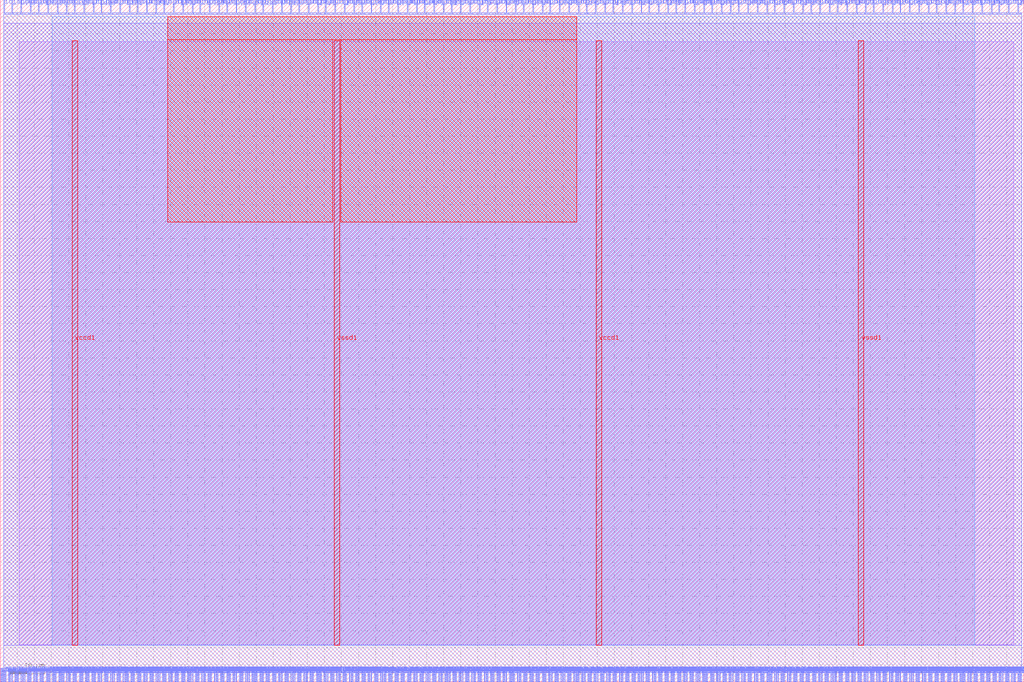
<source format=lef>
VERSION 5.7 ;
  NOWIREEXTENSIONATPIN ON ;
  DIVIDERCHAR "/" ;
  BUSBITCHARS "[]" ;
MACRO user_proj_example
  CLASS BLOCK ;
  FOREIGN user_proj_example ;
  ORIGIN 0.000 0.000 ;
  SIZE 300.000 BY 200.000 ;
  PIN io_in[0]
    DIRECTION INPUT ;
    USE SIGNAL ;
    PORT
      LAYER met2 ;
        RECT 1.010 196.000 1.290 200.000 ;
    END
  END io_in[0]
  PIN io_in[10]
    DIRECTION INPUT ;
    USE SIGNAL ;
    PORT
      LAYER met2 ;
        RECT 79.670 196.000 79.950 200.000 ;
    END
  END io_in[10]
  PIN io_in[11]
    DIRECTION INPUT ;
    USE SIGNAL ;
    PORT
      LAYER met2 ;
        RECT 87.490 196.000 87.770 200.000 ;
    END
  END io_in[11]
  PIN io_in[12]
    DIRECTION INPUT ;
    USE SIGNAL ;
    PORT
      LAYER met2 ;
        RECT 95.310 196.000 95.590 200.000 ;
    END
  END io_in[12]
  PIN io_in[13]
    DIRECTION INPUT ;
    USE SIGNAL ;
    PORT
      LAYER met2 ;
        RECT 103.590 196.000 103.870 200.000 ;
    END
  END io_in[13]
  PIN io_in[14]
    DIRECTION INPUT ;
    USE SIGNAL ;
    PORT
      LAYER met2 ;
        RECT 111.410 196.000 111.690 200.000 ;
    END
  END io_in[14]
  PIN io_in[15]
    DIRECTION INPUT ;
    USE SIGNAL ;
    PORT
      LAYER met2 ;
        RECT 119.230 196.000 119.510 200.000 ;
    END
  END io_in[15]
  PIN io_in[16]
    DIRECTION INPUT ;
    USE SIGNAL ;
    PORT
      LAYER met2 ;
        RECT 127.050 196.000 127.330 200.000 ;
    END
  END io_in[16]
  PIN io_in[17]
    DIRECTION INPUT ;
    USE SIGNAL ;
    PORT
      LAYER met2 ;
        RECT 134.870 196.000 135.150 200.000 ;
    END
  END io_in[17]
  PIN io_in[18]
    DIRECTION INPUT ;
    USE SIGNAL ;
    PORT
      LAYER met2 ;
        RECT 142.690 196.000 142.970 200.000 ;
    END
  END io_in[18]
  PIN io_in[19]
    DIRECTION INPUT ;
    USE SIGNAL ;
    PORT
      LAYER met2 ;
        RECT 150.970 196.000 151.250 200.000 ;
    END
  END io_in[19]
  PIN io_in[1]
    DIRECTION INPUT ;
    USE SIGNAL ;
    PORT
      LAYER met2 ;
        RECT 8.830 196.000 9.110 200.000 ;
    END
  END io_in[1]
  PIN io_in[20]
    DIRECTION INPUT ;
    USE SIGNAL ;
    PORT
      LAYER met2 ;
        RECT 158.790 196.000 159.070 200.000 ;
    END
  END io_in[20]
  PIN io_in[21]
    DIRECTION INPUT ;
    USE SIGNAL ;
    PORT
      LAYER met2 ;
        RECT 166.610 196.000 166.890 200.000 ;
    END
  END io_in[21]
  PIN io_in[22]
    DIRECTION INPUT ;
    USE SIGNAL ;
    PORT
      LAYER met2 ;
        RECT 174.430 196.000 174.710 200.000 ;
    END
  END io_in[22]
  PIN io_in[23]
    DIRECTION INPUT ;
    USE SIGNAL ;
    PORT
      LAYER met2 ;
        RECT 182.250 196.000 182.530 200.000 ;
    END
  END io_in[23]
  PIN io_in[24]
    DIRECTION INPUT ;
    USE SIGNAL ;
    PORT
      LAYER met2 ;
        RECT 190.070 196.000 190.350 200.000 ;
    END
  END io_in[24]
  PIN io_in[25]
    DIRECTION INPUT ;
    USE SIGNAL ;
    PORT
      LAYER met2 ;
        RECT 197.890 196.000 198.170 200.000 ;
    END
  END io_in[25]
  PIN io_in[26]
    DIRECTION INPUT ;
    USE SIGNAL ;
    PORT
      LAYER met2 ;
        RECT 206.170 196.000 206.450 200.000 ;
    END
  END io_in[26]
  PIN io_in[27]
    DIRECTION INPUT ;
    USE SIGNAL ;
    PORT
      LAYER met2 ;
        RECT 213.990 196.000 214.270 200.000 ;
    END
  END io_in[27]
  PIN io_in[28]
    DIRECTION INPUT ;
    USE SIGNAL ;
    PORT
      LAYER met2 ;
        RECT 221.810 196.000 222.090 200.000 ;
    END
  END io_in[28]
  PIN io_in[29]
    DIRECTION INPUT ;
    USE SIGNAL ;
    PORT
      LAYER met2 ;
        RECT 229.630 196.000 229.910 200.000 ;
    END
  END io_in[29]
  PIN io_in[2]
    DIRECTION INPUT ;
    USE SIGNAL ;
    PORT
      LAYER met2 ;
        RECT 16.650 196.000 16.930 200.000 ;
    END
  END io_in[2]
  PIN io_in[30]
    DIRECTION INPUT ;
    USE SIGNAL ;
    PORT
      LAYER met2 ;
        RECT 237.450 196.000 237.730 200.000 ;
    END
  END io_in[30]
  PIN io_in[31]
    DIRECTION INPUT ;
    USE SIGNAL ;
    PORT
      LAYER met2 ;
        RECT 245.270 196.000 245.550 200.000 ;
    END
  END io_in[31]
  PIN io_in[32]
    DIRECTION INPUT ;
    USE SIGNAL ;
    PORT
      LAYER met2 ;
        RECT 253.550 196.000 253.830 200.000 ;
    END
  END io_in[32]
  PIN io_in[33]
    DIRECTION INPUT ;
    USE SIGNAL ;
    PORT
      LAYER met2 ;
        RECT 261.370 196.000 261.650 200.000 ;
    END
  END io_in[33]
  PIN io_in[34]
    DIRECTION INPUT ;
    USE SIGNAL ;
    PORT
      LAYER met2 ;
        RECT 269.190 196.000 269.470 200.000 ;
    END
  END io_in[34]
  PIN io_in[35]
    DIRECTION INPUT ;
    USE SIGNAL ;
    PORT
      LAYER met2 ;
        RECT 277.010 196.000 277.290 200.000 ;
    END
  END io_in[35]
  PIN io_in[36]
    DIRECTION INPUT ;
    USE SIGNAL ;
    PORT
      LAYER met2 ;
        RECT 284.830 196.000 285.110 200.000 ;
    END
  END io_in[36]
  PIN io_in[37]
    DIRECTION INPUT ;
    USE SIGNAL ;
    PORT
      LAYER met2 ;
        RECT 292.650 196.000 292.930 200.000 ;
    END
  END io_in[37]
  PIN io_in[3]
    DIRECTION INPUT ;
    USE SIGNAL ;
    PORT
      LAYER met2 ;
        RECT 24.470 196.000 24.750 200.000 ;
    END
  END io_in[3]
  PIN io_in[4]
    DIRECTION INPUT ;
    USE SIGNAL ;
    PORT
      LAYER met2 ;
        RECT 32.290 196.000 32.570 200.000 ;
    END
  END io_in[4]
  PIN io_in[5]
    DIRECTION INPUT ;
    USE SIGNAL ;
    PORT
      LAYER met2 ;
        RECT 40.110 196.000 40.390 200.000 ;
    END
  END io_in[5]
  PIN io_in[6]
    DIRECTION INPUT ;
    USE SIGNAL ;
    PORT
      LAYER met2 ;
        RECT 47.930 196.000 48.210 200.000 ;
    END
  END io_in[6]
  PIN io_in[7]
    DIRECTION INPUT ;
    USE SIGNAL ;
    PORT
      LAYER met2 ;
        RECT 56.210 196.000 56.490 200.000 ;
    END
  END io_in[7]
  PIN io_in[8]
    DIRECTION INPUT ;
    USE SIGNAL ;
    PORT
      LAYER met2 ;
        RECT 64.030 196.000 64.310 200.000 ;
    END
  END io_in[8]
  PIN io_in[9]
    DIRECTION INPUT ;
    USE SIGNAL ;
    PORT
      LAYER met2 ;
        RECT 71.850 196.000 72.130 200.000 ;
    END
  END io_in[9]
  PIN io_oeb[0]
    DIRECTION OUTPUT TRISTATE ;
    USE SIGNAL ;
    PORT
      LAYER met2 ;
        RECT 3.310 196.000 3.590 200.000 ;
    END
  END io_oeb[0]
  PIN io_oeb[10]
    DIRECTION OUTPUT TRISTATE ;
    USE SIGNAL ;
    PORT
      LAYER met2 ;
        RECT 82.430 196.000 82.710 200.000 ;
    END
  END io_oeb[10]
  PIN io_oeb[11]
    DIRECTION OUTPUT TRISTATE ;
    USE SIGNAL ;
    PORT
      LAYER met2 ;
        RECT 90.250 196.000 90.530 200.000 ;
    END
  END io_oeb[11]
  PIN io_oeb[12]
    DIRECTION OUTPUT TRISTATE ;
    USE SIGNAL ;
    PORT
      LAYER met2 ;
        RECT 98.070 196.000 98.350 200.000 ;
    END
  END io_oeb[12]
  PIN io_oeb[13]
    DIRECTION OUTPUT TRISTATE ;
    USE SIGNAL ;
    PORT
      LAYER met2 ;
        RECT 105.890 196.000 106.170 200.000 ;
    END
  END io_oeb[13]
  PIN io_oeb[14]
    DIRECTION OUTPUT TRISTATE ;
    USE SIGNAL ;
    PORT
      LAYER met2 ;
        RECT 113.710 196.000 113.990 200.000 ;
    END
  END io_oeb[14]
  PIN io_oeb[15]
    DIRECTION OUTPUT TRISTATE ;
    USE SIGNAL ;
    PORT
      LAYER met2 ;
        RECT 121.990 196.000 122.270 200.000 ;
    END
  END io_oeb[15]
  PIN io_oeb[16]
    DIRECTION OUTPUT TRISTATE ;
    USE SIGNAL ;
    PORT
      LAYER met2 ;
        RECT 129.810 196.000 130.090 200.000 ;
    END
  END io_oeb[16]
  PIN io_oeb[17]
    DIRECTION OUTPUT TRISTATE ;
    USE SIGNAL ;
    PORT
      LAYER met2 ;
        RECT 137.630 196.000 137.910 200.000 ;
    END
  END io_oeb[17]
  PIN io_oeb[18]
    DIRECTION OUTPUT TRISTATE ;
    USE SIGNAL ;
    PORT
      LAYER met2 ;
        RECT 145.450 196.000 145.730 200.000 ;
    END
  END io_oeb[18]
  PIN io_oeb[19]
    DIRECTION OUTPUT TRISTATE ;
    USE SIGNAL ;
    PORT
      LAYER met2 ;
        RECT 153.270 196.000 153.550 200.000 ;
    END
  END io_oeb[19]
  PIN io_oeb[1]
    DIRECTION OUTPUT TRISTATE ;
    USE SIGNAL ;
    PORT
      LAYER met2 ;
        RECT 11.130 196.000 11.410 200.000 ;
    END
  END io_oeb[1]
  PIN io_oeb[20]
    DIRECTION OUTPUT TRISTATE ;
    USE SIGNAL ;
    PORT
      LAYER met2 ;
        RECT 161.090 196.000 161.370 200.000 ;
    END
  END io_oeb[20]
  PIN io_oeb[21]
    DIRECTION OUTPUT TRISTATE ;
    USE SIGNAL ;
    PORT
      LAYER met2 ;
        RECT 169.370 196.000 169.650 200.000 ;
    END
  END io_oeb[21]
  PIN io_oeb[22]
    DIRECTION OUTPUT TRISTATE ;
    USE SIGNAL ;
    PORT
      LAYER met2 ;
        RECT 177.190 196.000 177.470 200.000 ;
    END
  END io_oeb[22]
  PIN io_oeb[23]
    DIRECTION OUTPUT TRISTATE ;
    USE SIGNAL ;
    PORT
      LAYER met2 ;
        RECT 185.010 196.000 185.290 200.000 ;
    END
  END io_oeb[23]
  PIN io_oeb[24]
    DIRECTION OUTPUT TRISTATE ;
    USE SIGNAL ;
    PORT
      LAYER met2 ;
        RECT 192.830 196.000 193.110 200.000 ;
    END
  END io_oeb[24]
  PIN io_oeb[25]
    DIRECTION OUTPUT TRISTATE ;
    USE SIGNAL ;
    PORT
      LAYER met2 ;
        RECT 200.650 196.000 200.930 200.000 ;
    END
  END io_oeb[25]
  PIN io_oeb[26]
    DIRECTION OUTPUT TRISTATE ;
    USE SIGNAL ;
    PORT
      LAYER met2 ;
        RECT 208.470 196.000 208.750 200.000 ;
    END
  END io_oeb[26]
  PIN io_oeb[27]
    DIRECTION OUTPUT TRISTATE ;
    USE SIGNAL ;
    PORT
      LAYER met2 ;
        RECT 216.290 196.000 216.570 200.000 ;
    END
  END io_oeb[27]
  PIN io_oeb[28]
    DIRECTION OUTPUT TRISTATE ;
    USE SIGNAL ;
    PORT
      LAYER met2 ;
        RECT 224.570 196.000 224.850 200.000 ;
    END
  END io_oeb[28]
  PIN io_oeb[29]
    DIRECTION OUTPUT TRISTATE ;
    USE SIGNAL ;
    PORT
      LAYER met2 ;
        RECT 232.390 196.000 232.670 200.000 ;
    END
  END io_oeb[29]
  PIN io_oeb[2]
    DIRECTION OUTPUT TRISTATE ;
    USE SIGNAL ;
    PORT
      LAYER met2 ;
        RECT 19.410 196.000 19.690 200.000 ;
    END
  END io_oeb[2]
  PIN io_oeb[30]
    DIRECTION OUTPUT TRISTATE ;
    USE SIGNAL ;
    PORT
      LAYER met2 ;
        RECT 240.210 196.000 240.490 200.000 ;
    END
  END io_oeb[30]
  PIN io_oeb[31]
    DIRECTION OUTPUT TRISTATE ;
    USE SIGNAL ;
    PORT
      LAYER met2 ;
        RECT 248.030 196.000 248.310 200.000 ;
    END
  END io_oeb[31]
  PIN io_oeb[32]
    DIRECTION OUTPUT TRISTATE ;
    USE SIGNAL ;
    PORT
      LAYER met2 ;
        RECT 255.850 196.000 256.130 200.000 ;
    END
  END io_oeb[32]
  PIN io_oeb[33]
    DIRECTION OUTPUT TRISTATE ;
    USE SIGNAL ;
    PORT
      LAYER met2 ;
        RECT 263.670 196.000 263.950 200.000 ;
    END
  END io_oeb[33]
  PIN io_oeb[34]
    DIRECTION OUTPUT TRISTATE ;
    USE SIGNAL ;
    PORT
      LAYER met2 ;
        RECT 271.950 196.000 272.230 200.000 ;
    END
  END io_oeb[34]
  PIN io_oeb[35]
    DIRECTION OUTPUT TRISTATE ;
    USE SIGNAL ;
    PORT
      LAYER met2 ;
        RECT 279.770 196.000 280.050 200.000 ;
    END
  END io_oeb[35]
  PIN io_oeb[36]
    DIRECTION OUTPUT TRISTATE ;
    USE SIGNAL ;
    PORT
      LAYER met2 ;
        RECT 287.590 196.000 287.870 200.000 ;
    END
  END io_oeb[36]
  PIN io_oeb[37]
    DIRECTION OUTPUT TRISTATE ;
    USE SIGNAL ;
    PORT
      LAYER met2 ;
        RECT 295.410 196.000 295.690 200.000 ;
    END
  END io_oeb[37]
  PIN io_oeb[3]
    DIRECTION OUTPUT TRISTATE ;
    USE SIGNAL ;
    PORT
      LAYER met2 ;
        RECT 27.230 196.000 27.510 200.000 ;
    END
  END io_oeb[3]
  PIN io_oeb[4]
    DIRECTION OUTPUT TRISTATE ;
    USE SIGNAL ;
    PORT
      LAYER met2 ;
        RECT 35.050 196.000 35.330 200.000 ;
    END
  END io_oeb[4]
  PIN io_oeb[5]
    DIRECTION OUTPUT TRISTATE ;
    USE SIGNAL ;
    PORT
      LAYER met2 ;
        RECT 42.870 196.000 43.150 200.000 ;
    END
  END io_oeb[5]
  PIN io_oeb[6]
    DIRECTION OUTPUT TRISTATE ;
    USE SIGNAL ;
    PORT
      LAYER met2 ;
        RECT 50.690 196.000 50.970 200.000 ;
    END
  END io_oeb[6]
  PIN io_oeb[7]
    DIRECTION OUTPUT TRISTATE ;
    USE SIGNAL ;
    PORT
      LAYER met2 ;
        RECT 58.510 196.000 58.790 200.000 ;
    END
  END io_oeb[7]
  PIN io_oeb[8]
    DIRECTION OUTPUT TRISTATE ;
    USE SIGNAL ;
    PORT
      LAYER met2 ;
        RECT 66.330 196.000 66.610 200.000 ;
    END
  END io_oeb[8]
  PIN io_oeb[9]
    DIRECTION OUTPUT TRISTATE ;
    USE SIGNAL ;
    PORT
      LAYER met2 ;
        RECT 74.610 196.000 74.890 200.000 ;
    END
  END io_oeb[9]
  PIN io_out[0]
    DIRECTION OUTPUT TRISTATE ;
    USE SIGNAL ;
    PORT
      LAYER met2 ;
        RECT 6.070 196.000 6.350 200.000 ;
    END
  END io_out[0]
  PIN io_out[10]
    DIRECTION OUTPUT TRISTATE ;
    USE SIGNAL ;
    PORT
      LAYER met2 ;
        RECT 85.190 196.000 85.470 200.000 ;
    END
  END io_out[10]
  PIN io_out[11]
    DIRECTION OUTPUT TRISTATE ;
    USE SIGNAL ;
    PORT
      LAYER met2 ;
        RECT 93.010 196.000 93.290 200.000 ;
    END
  END io_out[11]
  PIN io_out[12]
    DIRECTION OUTPUT TRISTATE ;
    USE SIGNAL ;
    PORT
      LAYER met2 ;
        RECT 100.830 196.000 101.110 200.000 ;
    END
  END io_out[12]
  PIN io_out[13]
    DIRECTION OUTPUT TRISTATE ;
    USE SIGNAL ;
    PORT
      LAYER met2 ;
        RECT 108.650 196.000 108.930 200.000 ;
    END
  END io_out[13]
  PIN io_out[14]
    DIRECTION OUTPUT TRISTATE ;
    USE SIGNAL ;
    PORT
      LAYER met2 ;
        RECT 116.470 196.000 116.750 200.000 ;
    END
  END io_out[14]
  PIN io_out[15]
    DIRECTION OUTPUT TRISTATE ;
    USE SIGNAL ;
    PORT
      LAYER met2 ;
        RECT 124.290 196.000 124.570 200.000 ;
    END
  END io_out[15]
  PIN io_out[16]
    DIRECTION OUTPUT TRISTATE ;
    USE SIGNAL ;
    PORT
      LAYER met2 ;
        RECT 132.110 196.000 132.390 200.000 ;
    END
  END io_out[16]
  PIN io_out[17]
    DIRECTION OUTPUT TRISTATE ;
    USE SIGNAL ;
    PORT
      LAYER met2 ;
        RECT 140.390 196.000 140.670 200.000 ;
    END
  END io_out[17]
  PIN io_out[18]
    DIRECTION OUTPUT TRISTATE ;
    USE SIGNAL ;
    PORT
      LAYER met2 ;
        RECT 148.210 196.000 148.490 200.000 ;
    END
  END io_out[18]
  PIN io_out[19]
    DIRECTION OUTPUT TRISTATE ;
    USE SIGNAL ;
    PORT
      LAYER met2 ;
        RECT 156.030 196.000 156.310 200.000 ;
    END
  END io_out[19]
  PIN io_out[1]
    DIRECTION OUTPUT TRISTATE ;
    USE SIGNAL ;
    PORT
      LAYER met2 ;
        RECT 13.890 196.000 14.170 200.000 ;
    END
  END io_out[1]
  PIN io_out[20]
    DIRECTION OUTPUT TRISTATE ;
    USE SIGNAL ;
    PORT
      LAYER met2 ;
        RECT 163.850 196.000 164.130 200.000 ;
    END
  END io_out[20]
  PIN io_out[21]
    DIRECTION OUTPUT TRISTATE ;
    USE SIGNAL ;
    PORT
      LAYER met2 ;
        RECT 171.670 196.000 171.950 200.000 ;
    END
  END io_out[21]
  PIN io_out[22]
    DIRECTION OUTPUT TRISTATE ;
    USE SIGNAL ;
    PORT
      LAYER met2 ;
        RECT 179.490 196.000 179.770 200.000 ;
    END
  END io_out[22]
  PIN io_out[23]
    DIRECTION OUTPUT TRISTATE ;
    USE SIGNAL ;
    PORT
      LAYER met2 ;
        RECT 187.770 196.000 188.050 200.000 ;
    END
  END io_out[23]
  PIN io_out[24]
    DIRECTION OUTPUT TRISTATE ;
    USE SIGNAL ;
    PORT
      LAYER met2 ;
        RECT 195.590 196.000 195.870 200.000 ;
    END
  END io_out[24]
  PIN io_out[25]
    DIRECTION OUTPUT TRISTATE ;
    USE SIGNAL ;
    PORT
      LAYER met2 ;
        RECT 203.410 196.000 203.690 200.000 ;
    END
  END io_out[25]
  PIN io_out[26]
    DIRECTION OUTPUT TRISTATE ;
    USE SIGNAL ;
    PORT
      LAYER met2 ;
        RECT 211.230 196.000 211.510 200.000 ;
    END
  END io_out[26]
  PIN io_out[27]
    DIRECTION OUTPUT TRISTATE ;
    USE SIGNAL ;
    PORT
      LAYER met2 ;
        RECT 219.050 196.000 219.330 200.000 ;
    END
  END io_out[27]
  PIN io_out[28]
    DIRECTION OUTPUT TRISTATE ;
    USE SIGNAL ;
    PORT
      LAYER met2 ;
        RECT 226.870 196.000 227.150 200.000 ;
    END
  END io_out[28]
  PIN io_out[29]
    DIRECTION OUTPUT TRISTATE ;
    USE SIGNAL ;
    PORT
      LAYER met2 ;
        RECT 235.150 196.000 235.430 200.000 ;
    END
  END io_out[29]
  PIN io_out[2]
    DIRECTION OUTPUT TRISTATE ;
    USE SIGNAL ;
    PORT
      LAYER met2 ;
        RECT 21.710 196.000 21.990 200.000 ;
    END
  END io_out[2]
  PIN io_out[30]
    DIRECTION OUTPUT TRISTATE ;
    USE SIGNAL ;
    PORT
      LAYER met2 ;
        RECT 242.970 196.000 243.250 200.000 ;
    END
  END io_out[30]
  PIN io_out[31]
    DIRECTION OUTPUT TRISTATE ;
    USE SIGNAL ;
    PORT
      LAYER met2 ;
        RECT 250.790 196.000 251.070 200.000 ;
    END
  END io_out[31]
  PIN io_out[32]
    DIRECTION OUTPUT TRISTATE ;
    USE SIGNAL ;
    PORT
      LAYER met2 ;
        RECT 258.610 196.000 258.890 200.000 ;
    END
  END io_out[32]
  PIN io_out[33]
    DIRECTION OUTPUT TRISTATE ;
    USE SIGNAL ;
    PORT
      LAYER met2 ;
        RECT 266.430 196.000 266.710 200.000 ;
    END
  END io_out[33]
  PIN io_out[34]
    DIRECTION OUTPUT TRISTATE ;
    USE SIGNAL ;
    PORT
      LAYER met2 ;
        RECT 274.250 196.000 274.530 200.000 ;
    END
  END io_out[34]
  PIN io_out[35]
    DIRECTION OUTPUT TRISTATE ;
    USE SIGNAL ;
    PORT
      LAYER met2 ;
        RECT 282.070 196.000 282.350 200.000 ;
    END
  END io_out[35]
  PIN io_out[36]
    DIRECTION OUTPUT TRISTATE ;
    USE SIGNAL ;
    PORT
      LAYER met2 ;
        RECT 290.350 196.000 290.630 200.000 ;
    END
  END io_out[36]
  PIN io_out[37]
    DIRECTION OUTPUT TRISTATE ;
    USE SIGNAL ;
    PORT
      LAYER met2 ;
        RECT 298.170 196.000 298.450 200.000 ;
    END
  END io_out[37]
  PIN io_out[3]
    DIRECTION OUTPUT TRISTATE ;
    USE SIGNAL ;
    PORT
      LAYER met2 ;
        RECT 29.530 196.000 29.810 200.000 ;
    END
  END io_out[3]
  PIN io_out[4]
    DIRECTION OUTPUT TRISTATE ;
    USE SIGNAL ;
    PORT
      LAYER met2 ;
        RECT 37.810 196.000 38.090 200.000 ;
    END
  END io_out[4]
  PIN io_out[5]
    DIRECTION OUTPUT TRISTATE ;
    USE SIGNAL ;
    PORT
      LAYER met2 ;
        RECT 45.630 196.000 45.910 200.000 ;
    END
  END io_out[5]
  PIN io_out[6]
    DIRECTION OUTPUT TRISTATE ;
    USE SIGNAL ;
    PORT
      LAYER met2 ;
        RECT 53.450 196.000 53.730 200.000 ;
    END
  END io_out[6]
  PIN io_out[7]
    DIRECTION OUTPUT TRISTATE ;
    USE SIGNAL ;
    PORT
      LAYER met2 ;
        RECT 61.270 196.000 61.550 200.000 ;
    END
  END io_out[7]
  PIN io_out[8]
    DIRECTION OUTPUT TRISTATE ;
    USE SIGNAL ;
    PORT
      LAYER met2 ;
        RECT 69.090 196.000 69.370 200.000 ;
    END
  END io_out[8]
  PIN io_out[9]
    DIRECTION OUTPUT TRISTATE ;
    USE SIGNAL ;
    PORT
      LAYER met2 ;
        RECT 76.910 196.000 77.190 200.000 ;
    END
  END io_out[9]
  PIN irq[0]
    DIRECTION OUTPUT TRISTATE ;
    USE SIGNAL ;
    PORT
      LAYER met2 ;
        RECT 298.170 0.000 298.450 4.000 ;
    END
  END irq[0]
  PIN irq[1]
    DIRECTION OUTPUT TRISTATE ;
    USE SIGNAL ;
    PORT
      LAYER met2 ;
        RECT 298.630 0.000 298.910 4.000 ;
    END
  END irq[1]
  PIN irq[2]
    DIRECTION OUTPUT TRISTATE ;
    USE SIGNAL ;
    PORT
      LAYER met2 ;
        RECT 299.090 0.000 299.370 4.000 ;
    END
  END irq[2]
  PIN la_data_in[0]
    DIRECTION INPUT ;
    USE SIGNAL ;
    PORT
      LAYER met2 ;
        RECT 64.490 0.000 64.770 4.000 ;
    END
  END la_data_in[0]
  PIN la_data_in[100]
    DIRECTION INPUT ;
    USE SIGNAL ;
    PORT
      LAYER met2 ;
        RECT 246.650 0.000 246.930 4.000 ;
    END
  END la_data_in[100]
  PIN la_data_in[101]
    DIRECTION INPUT ;
    USE SIGNAL ;
    PORT
      LAYER met2 ;
        RECT 248.490 0.000 248.770 4.000 ;
    END
  END la_data_in[101]
  PIN la_data_in[102]
    DIRECTION INPUT ;
    USE SIGNAL ;
    PORT
      LAYER met2 ;
        RECT 250.330 0.000 250.610 4.000 ;
    END
  END la_data_in[102]
  PIN la_data_in[103]
    DIRECTION INPUT ;
    USE SIGNAL ;
    PORT
      LAYER met2 ;
        RECT 252.170 0.000 252.450 4.000 ;
    END
  END la_data_in[103]
  PIN la_data_in[104]
    DIRECTION INPUT ;
    USE SIGNAL ;
    PORT
      LAYER met2 ;
        RECT 254.010 0.000 254.290 4.000 ;
    END
  END la_data_in[104]
  PIN la_data_in[105]
    DIRECTION INPUT ;
    USE SIGNAL ;
    PORT
      LAYER met2 ;
        RECT 255.850 0.000 256.130 4.000 ;
    END
  END la_data_in[105]
  PIN la_data_in[106]
    DIRECTION INPUT ;
    USE SIGNAL ;
    PORT
      LAYER met2 ;
        RECT 257.690 0.000 257.970 4.000 ;
    END
  END la_data_in[106]
  PIN la_data_in[107]
    DIRECTION INPUT ;
    USE SIGNAL ;
    PORT
      LAYER met2 ;
        RECT 259.530 0.000 259.810 4.000 ;
    END
  END la_data_in[107]
  PIN la_data_in[108]
    DIRECTION INPUT ;
    USE SIGNAL ;
    PORT
      LAYER met2 ;
        RECT 261.370 0.000 261.650 4.000 ;
    END
  END la_data_in[108]
  PIN la_data_in[109]
    DIRECTION INPUT ;
    USE SIGNAL ;
    PORT
      LAYER met2 ;
        RECT 263.210 0.000 263.490 4.000 ;
    END
  END la_data_in[109]
  PIN la_data_in[10]
    DIRECTION INPUT ;
    USE SIGNAL ;
    PORT
      LAYER met2 ;
        RECT 82.430 0.000 82.710 4.000 ;
    END
  END la_data_in[10]
  PIN la_data_in[110]
    DIRECTION INPUT ;
    USE SIGNAL ;
    PORT
      LAYER met2 ;
        RECT 265.050 0.000 265.330 4.000 ;
    END
  END la_data_in[110]
  PIN la_data_in[111]
    DIRECTION INPUT ;
    USE SIGNAL ;
    PORT
      LAYER met2 ;
        RECT 266.890 0.000 267.170 4.000 ;
    END
  END la_data_in[111]
  PIN la_data_in[112]
    DIRECTION INPUT ;
    USE SIGNAL ;
    PORT
      LAYER met2 ;
        RECT 268.730 0.000 269.010 4.000 ;
    END
  END la_data_in[112]
  PIN la_data_in[113]
    DIRECTION INPUT ;
    USE SIGNAL ;
    PORT
      LAYER met2 ;
        RECT 270.570 0.000 270.850 4.000 ;
    END
  END la_data_in[113]
  PIN la_data_in[114]
    DIRECTION INPUT ;
    USE SIGNAL ;
    PORT
      LAYER met2 ;
        RECT 272.410 0.000 272.690 4.000 ;
    END
  END la_data_in[114]
  PIN la_data_in[115]
    DIRECTION INPUT ;
    USE SIGNAL ;
    PORT
      LAYER met2 ;
        RECT 274.250 0.000 274.530 4.000 ;
    END
  END la_data_in[115]
  PIN la_data_in[116]
    DIRECTION INPUT ;
    USE SIGNAL ;
    PORT
      LAYER met2 ;
        RECT 276.090 0.000 276.370 4.000 ;
    END
  END la_data_in[116]
  PIN la_data_in[117]
    DIRECTION INPUT ;
    USE SIGNAL ;
    PORT
      LAYER met2 ;
        RECT 277.930 0.000 278.210 4.000 ;
    END
  END la_data_in[117]
  PIN la_data_in[118]
    DIRECTION INPUT ;
    USE SIGNAL ;
    PORT
      LAYER met2 ;
        RECT 279.770 0.000 280.050 4.000 ;
    END
  END la_data_in[118]
  PIN la_data_in[119]
    DIRECTION INPUT ;
    USE SIGNAL ;
    PORT
      LAYER met2 ;
        RECT 281.610 0.000 281.890 4.000 ;
    END
  END la_data_in[119]
  PIN la_data_in[11]
    DIRECTION INPUT ;
    USE SIGNAL ;
    PORT
      LAYER met2 ;
        RECT 84.270 0.000 84.550 4.000 ;
    END
  END la_data_in[11]
  PIN la_data_in[120]
    DIRECTION INPUT ;
    USE SIGNAL ;
    PORT
      LAYER met2 ;
        RECT 283.450 0.000 283.730 4.000 ;
    END
  END la_data_in[120]
  PIN la_data_in[121]
    DIRECTION INPUT ;
    USE SIGNAL ;
    PORT
      LAYER met2 ;
        RECT 285.290 0.000 285.570 4.000 ;
    END
  END la_data_in[121]
  PIN la_data_in[122]
    DIRECTION INPUT ;
    USE SIGNAL ;
    PORT
      LAYER met2 ;
        RECT 287.130 0.000 287.410 4.000 ;
    END
  END la_data_in[122]
  PIN la_data_in[123]
    DIRECTION INPUT ;
    USE SIGNAL ;
    PORT
      LAYER met2 ;
        RECT 288.970 0.000 289.250 4.000 ;
    END
  END la_data_in[123]
  PIN la_data_in[124]
    DIRECTION INPUT ;
    USE SIGNAL ;
    PORT
      LAYER met2 ;
        RECT 290.810 0.000 291.090 4.000 ;
    END
  END la_data_in[124]
  PIN la_data_in[125]
    DIRECTION INPUT ;
    USE SIGNAL ;
    PORT
      LAYER met2 ;
        RECT 292.650 0.000 292.930 4.000 ;
    END
  END la_data_in[125]
  PIN la_data_in[126]
    DIRECTION INPUT ;
    USE SIGNAL ;
    PORT
      LAYER met2 ;
        RECT 294.490 0.000 294.770 4.000 ;
    END
  END la_data_in[126]
  PIN la_data_in[127]
    DIRECTION INPUT ;
    USE SIGNAL ;
    PORT
      LAYER met2 ;
        RECT 296.330 0.000 296.610 4.000 ;
    END
  END la_data_in[127]
  PIN la_data_in[12]
    DIRECTION INPUT ;
    USE SIGNAL ;
    PORT
      LAYER met2 ;
        RECT 86.110 0.000 86.390 4.000 ;
    END
  END la_data_in[12]
  PIN la_data_in[13]
    DIRECTION INPUT ;
    USE SIGNAL ;
    PORT
      LAYER met2 ;
        RECT 87.950 0.000 88.230 4.000 ;
    END
  END la_data_in[13]
  PIN la_data_in[14]
    DIRECTION INPUT ;
    USE SIGNAL ;
    PORT
      LAYER met2 ;
        RECT 89.790 0.000 90.070 4.000 ;
    END
  END la_data_in[14]
  PIN la_data_in[15]
    DIRECTION INPUT ;
    USE SIGNAL ;
    PORT
      LAYER met2 ;
        RECT 91.630 0.000 91.910 4.000 ;
    END
  END la_data_in[15]
  PIN la_data_in[16]
    DIRECTION INPUT ;
    USE SIGNAL ;
    PORT
      LAYER met2 ;
        RECT 93.470 0.000 93.750 4.000 ;
    END
  END la_data_in[16]
  PIN la_data_in[17]
    DIRECTION INPUT ;
    USE SIGNAL ;
    PORT
      LAYER met2 ;
        RECT 95.310 0.000 95.590 4.000 ;
    END
  END la_data_in[17]
  PIN la_data_in[18]
    DIRECTION INPUT ;
    USE SIGNAL ;
    PORT
      LAYER met2 ;
        RECT 97.150 0.000 97.430 4.000 ;
    END
  END la_data_in[18]
  PIN la_data_in[19]
    DIRECTION INPUT ;
    USE SIGNAL ;
    PORT
      LAYER met2 ;
        RECT 98.990 0.000 99.270 4.000 ;
    END
  END la_data_in[19]
  PIN la_data_in[1]
    DIRECTION INPUT ;
    USE SIGNAL ;
    PORT
      LAYER met2 ;
        RECT 66.330 0.000 66.610 4.000 ;
    END
  END la_data_in[1]
  PIN la_data_in[20]
    DIRECTION INPUT ;
    USE SIGNAL ;
    PORT
      LAYER met2 ;
        RECT 100.830 0.000 101.110 4.000 ;
    END
  END la_data_in[20]
  PIN la_data_in[21]
    DIRECTION INPUT ;
    USE SIGNAL ;
    PORT
      LAYER met2 ;
        RECT 102.670 0.000 102.950 4.000 ;
    END
  END la_data_in[21]
  PIN la_data_in[22]
    DIRECTION INPUT ;
    USE SIGNAL ;
    PORT
      LAYER met2 ;
        RECT 104.510 0.000 104.790 4.000 ;
    END
  END la_data_in[22]
  PIN la_data_in[23]
    DIRECTION INPUT ;
    USE SIGNAL ;
    PORT
      LAYER met2 ;
        RECT 106.350 0.000 106.630 4.000 ;
    END
  END la_data_in[23]
  PIN la_data_in[24]
    DIRECTION INPUT ;
    USE SIGNAL ;
    PORT
      LAYER met2 ;
        RECT 108.190 0.000 108.470 4.000 ;
    END
  END la_data_in[24]
  PIN la_data_in[25]
    DIRECTION INPUT ;
    USE SIGNAL ;
    PORT
      LAYER met2 ;
        RECT 110.030 0.000 110.310 4.000 ;
    END
  END la_data_in[25]
  PIN la_data_in[26]
    DIRECTION INPUT ;
    USE SIGNAL ;
    PORT
      LAYER met2 ;
        RECT 111.870 0.000 112.150 4.000 ;
    END
  END la_data_in[26]
  PIN la_data_in[27]
    DIRECTION INPUT ;
    USE SIGNAL ;
    PORT
      LAYER met2 ;
        RECT 113.710 0.000 113.990 4.000 ;
    END
  END la_data_in[27]
  PIN la_data_in[28]
    DIRECTION INPUT ;
    USE SIGNAL ;
    PORT
      LAYER met2 ;
        RECT 115.550 0.000 115.830 4.000 ;
    END
  END la_data_in[28]
  PIN la_data_in[29]
    DIRECTION INPUT ;
    USE SIGNAL ;
    PORT
      LAYER met2 ;
        RECT 117.390 0.000 117.670 4.000 ;
    END
  END la_data_in[29]
  PIN la_data_in[2]
    DIRECTION INPUT ;
    USE SIGNAL ;
    PORT
      LAYER met2 ;
        RECT 68.170 0.000 68.450 4.000 ;
    END
  END la_data_in[2]
  PIN la_data_in[30]
    DIRECTION INPUT ;
    USE SIGNAL ;
    PORT
      LAYER met2 ;
        RECT 119.230 0.000 119.510 4.000 ;
    END
  END la_data_in[30]
  PIN la_data_in[31]
    DIRECTION INPUT ;
    USE SIGNAL ;
    PORT
      LAYER met2 ;
        RECT 121.070 0.000 121.350 4.000 ;
    END
  END la_data_in[31]
  PIN la_data_in[32]
    DIRECTION INPUT ;
    USE SIGNAL ;
    PORT
      LAYER met2 ;
        RECT 122.910 0.000 123.190 4.000 ;
    END
  END la_data_in[32]
  PIN la_data_in[33]
    DIRECTION INPUT ;
    USE SIGNAL ;
    PORT
      LAYER met2 ;
        RECT 124.750 0.000 125.030 4.000 ;
    END
  END la_data_in[33]
  PIN la_data_in[34]
    DIRECTION INPUT ;
    USE SIGNAL ;
    PORT
      LAYER met2 ;
        RECT 126.590 0.000 126.870 4.000 ;
    END
  END la_data_in[34]
  PIN la_data_in[35]
    DIRECTION INPUT ;
    USE SIGNAL ;
    PORT
      LAYER met2 ;
        RECT 128.430 0.000 128.710 4.000 ;
    END
  END la_data_in[35]
  PIN la_data_in[36]
    DIRECTION INPUT ;
    USE SIGNAL ;
    PORT
      LAYER met2 ;
        RECT 130.270 0.000 130.550 4.000 ;
    END
  END la_data_in[36]
  PIN la_data_in[37]
    DIRECTION INPUT ;
    USE SIGNAL ;
    PORT
      LAYER met2 ;
        RECT 131.650 0.000 131.930 4.000 ;
    END
  END la_data_in[37]
  PIN la_data_in[38]
    DIRECTION INPUT ;
    USE SIGNAL ;
    PORT
      LAYER met2 ;
        RECT 133.490 0.000 133.770 4.000 ;
    END
  END la_data_in[38]
  PIN la_data_in[39]
    DIRECTION INPUT ;
    USE SIGNAL ;
    PORT
      LAYER met2 ;
        RECT 135.330 0.000 135.610 4.000 ;
    END
  END la_data_in[39]
  PIN la_data_in[3]
    DIRECTION INPUT ;
    USE SIGNAL ;
    PORT
      LAYER met2 ;
        RECT 70.010 0.000 70.290 4.000 ;
    END
  END la_data_in[3]
  PIN la_data_in[40]
    DIRECTION INPUT ;
    USE SIGNAL ;
    PORT
      LAYER met2 ;
        RECT 137.170 0.000 137.450 4.000 ;
    END
  END la_data_in[40]
  PIN la_data_in[41]
    DIRECTION INPUT ;
    USE SIGNAL ;
    PORT
      LAYER met2 ;
        RECT 139.010 0.000 139.290 4.000 ;
    END
  END la_data_in[41]
  PIN la_data_in[42]
    DIRECTION INPUT ;
    USE SIGNAL ;
    PORT
      LAYER met2 ;
        RECT 140.850 0.000 141.130 4.000 ;
    END
  END la_data_in[42]
  PIN la_data_in[43]
    DIRECTION INPUT ;
    USE SIGNAL ;
    PORT
      LAYER met2 ;
        RECT 142.690 0.000 142.970 4.000 ;
    END
  END la_data_in[43]
  PIN la_data_in[44]
    DIRECTION INPUT ;
    USE SIGNAL ;
    PORT
      LAYER met2 ;
        RECT 144.530 0.000 144.810 4.000 ;
    END
  END la_data_in[44]
  PIN la_data_in[45]
    DIRECTION INPUT ;
    USE SIGNAL ;
    PORT
      LAYER met2 ;
        RECT 146.370 0.000 146.650 4.000 ;
    END
  END la_data_in[45]
  PIN la_data_in[46]
    DIRECTION INPUT ;
    USE SIGNAL ;
    PORT
      LAYER met2 ;
        RECT 148.210 0.000 148.490 4.000 ;
    END
  END la_data_in[46]
  PIN la_data_in[47]
    DIRECTION INPUT ;
    USE SIGNAL ;
    PORT
      LAYER met2 ;
        RECT 150.050 0.000 150.330 4.000 ;
    END
  END la_data_in[47]
  PIN la_data_in[48]
    DIRECTION INPUT ;
    USE SIGNAL ;
    PORT
      LAYER met2 ;
        RECT 151.890 0.000 152.170 4.000 ;
    END
  END la_data_in[48]
  PIN la_data_in[49]
    DIRECTION INPUT ;
    USE SIGNAL ;
    PORT
      LAYER met2 ;
        RECT 153.730 0.000 154.010 4.000 ;
    END
  END la_data_in[49]
  PIN la_data_in[4]
    DIRECTION INPUT ;
    USE SIGNAL ;
    PORT
      LAYER met2 ;
        RECT 71.850 0.000 72.130 4.000 ;
    END
  END la_data_in[4]
  PIN la_data_in[50]
    DIRECTION INPUT ;
    USE SIGNAL ;
    PORT
      LAYER met2 ;
        RECT 155.570 0.000 155.850 4.000 ;
    END
  END la_data_in[50]
  PIN la_data_in[51]
    DIRECTION INPUT ;
    USE SIGNAL ;
    PORT
      LAYER met2 ;
        RECT 157.410 0.000 157.690 4.000 ;
    END
  END la_data_in[51]
  PIN la_data_in[52]
    DIRECTION INPUT ;
    USE SIGNAL ;
    PORT
      LAYER met2 ;
        RECT 159.250 0.000 159.530 4.000 ;
    END
  END la_data_in[52]
  PIN la_data_in[53]
    DIRECTION INPUT ;
    USE SIGNAL ;
    PORT
      LAYER met2 ;
        RECT 161.090 0.000 161.370 4.000 ;
    END
  END la_data_in[53]
  PIN la_data_in[54]
    DIRECTION INPUT ;
    USE SIGNAL ;
    PORT
      LAYER met2 ;
        RECT 162.930 0.000 163.210 4.000 ;
    END
  END la_data_in[54]
  PIN la_data_in[55]
    DIRECTION INPUT ;
    USE SIGNAL ;
    PORT
      LAYER met2 ;
        RECT 164.770 0.000 165.050 4.000 ;
    END
  END la_data_in[55]
  PIN la_data_in[56]
    DIRECTION INPUT ;
    USE SIGNAL ;
    PORT
      LAYER met2 ;
        RECT 166.610 0.000 166.890 4.000 ;
    END
  END la_data_in[56]
  PIN la_data_in[57]
    DIRECTION INPUT ;
    USE SIGNAL ;
    PORT
      LAYER met2 ;
        RECT 168.450 0.000 168.730 4.000 ;
    END
  END la_data_in[57]
  PIN la_data_in[58]
    DIRECTION INPUT ;
    USE SIGNAL ;
    PORT
      LAYER met2 ;
        RECT 170.290 0.000 170.570 4.000 ;
    END
  END la_data_in[58]
  PIN la_data_in[59]
    DIRECTION INPUT ;
    USE SIGNAL ;
    PORT
      LAYER met2 ;
        RECT 172.130 0.000 172.410 4.000 ;
    END
  END la_data_in[59]
  PIN la_data_in[5]
    DIRECTION INPUT ;
    USE SIGNAL ;
    PORT
      LAYER met2 ;
        RECT 73.690 0.000 73.970 4.000 ;
    END
  END la_data_in[5]
  PIN la_data_in[60]
    DIRECTION INPUT ;
    USE SIGNAL ;
    PORT
      LAYER met2 ;
        RECT 173.970 0.000 174.250 4.000 ;
    END
  END la_data_in[60]
  PIN la_data_in[61]
    DIRECTION INPUT ;
    USE SIGNAL ;
    PORT
      LAYER met2 ;
        RECT 175.810 0.000 176.090 4.000 ;
    END
  END la_data_in[61]
  PIN la_data_in[62]
    DIRECTION INPUT ;
    USE SIGNAL ;
    PORT
      LAYER met2 ;
        RECT 177.650 0.000 177.930 4.000 ;
    END
  END la_data_in[62]
  PIN la_data_in[63]
    DIRECTION INPUT ;
    USE SIGNAL ;
    PORT
      LAYER met2 ;
        RECT 179.490 0.000 179.770 4.000 ;
    END
  END la_data_in[63]
  PIN la_data_in[64]
    DIRECTION INPUT ;
    USE SIGNAL ;
    PORT
      LAYER met2 ;
        RECT 181.330 0.000 181.610 4.000 ;
    END
  END la_data_in[64]
  PIN la_data_in[65]
    DIRECTION INPUT ;
    USE SIGNAL ;
    PORT
      LAYER met2 ;
        RECT 183.170 0.000 183.450 4.000 ;
    END
  END la_data_in[65]
  PIN la_data_in[66]
    DIRECTION INPUT ;
    USE SIGNAL ;
    PORT
      LAYER met2 ;
        RECT 185.010 0.000 185.290 4.000 ;
    END
  END la_data_in[66]
  PIN la_data_in[67]
    DIRECTION INPUT ;
    USE SIGNAL ;
    PORT
      LAYER met2 ;
        RECT 186.850 0.000 187.130 4.000 ;
    END
  END la_data_in[67]
  PIN la_data_in[68]
    DIRECTION INPUT ;
    USE SIGNAL ;
    PORT
      LAYER met2 ;
        RECT 188.230 0.000 188.510 4.000 ;
    END
  END la_data_in[68]
  PIN la_data_in[69]
    DIRECTION INPUT ;
    USE SIGNAL ;
    PORT
      LAYER met2 ;
        RECT 190.070 0.000 190.350 4.000 ;
    END
  END la_data_in[69]
  PIN la_data_in[6]
    DIRECTION INPUT ;
    USE SIGNAL ;
    PORT
      LAYER met2 ;
        RECT 75.070 0.000 75.350 4.000 ;
    END
  END la_data_in[6]
  PIN la_data_in[70]
    DIRECTION INPUT ;
    USE SIGNAL ;
    PORT
      LAYER met2 ;
        RECT 191.910 0.000 192.190 4.000 ;
    END
  END la_data_in[70]
  PIN la_data_in[71]
    DIRECTION INPUT ;
    USE SIGNAL ;
    PORT
      LAYER met2 ;
        RECT 193.750 0.000 194.030 4.000 ;
    END
  END la_data_in[71]
  PIN la_data_in[72]
    DIRECTION INPUT ;
    USE SIGNAL ;
    PORT
      LAYER met2 ;
        RECT 195.590 0.000 195.870 4.000 ;
    END
  END la_data_in[72]
  PIN la_data_in[73]
    DIRECTION INPUT ;
    USE SIGNAL ;
    PORT
      LAYER met2 ;
        RECT 197.430 0.000 197.710 4.000 ;
    END
  END la_data_in[73]
  PIN la_data_in[74]
    DIRECTION INPUT ;
    USE SIGNAL ;
    PORT
      LAYER met2 ;
        RECT 199.270 0.000 199.550 4.000 ;
    END
  END la_data_in[74]
  PIN la_data_in[75]
    DIRECTION INPUT ;
    USE SIGNAL ;
    PORT
      LAYER met2 ;
        RECT 201.110 0.000 201.390 4.000 ;
    END
  END la_data_in[75]
  PIN la_data_in[76]
    DIRECTION INPUT ;
    USE SIGNAL ;
    PORT
      LAYER met2 ;
        RECT 202.950 0.000 203.230 4.000 ;
    END
  END la_data_in[76]
  PIN la_data_in[77]
    DIRECTION INPUT ;
    USE SIGNAL ;
    PORT
      LAYER met2 ;
        RECT 204.790 0.000 205.070 4.000 ;
    END
  END la_data_in[77]
  PIN la_data_in[78]
    DIRECTION INPUT ;
    USE SIGNAL ;
    PORT
      LAYER met2 ;
        RECT 206.630 0.000 206.910 4.000 ;
    END
  END la_data_in[78]
  PIN la_data_in[79]
    DIRECTION INPUT ;
    USE SIGNAL ;
    PORT
      LAYER met2 ;
        RECT 208.470 0.000 208.750 4.000 ;
    END
  END la_data_in[79]
  PIN la_data_in[7]
    DIRECTION INPUT ;
    USE SIGNAL ;
    PORT
      LAYER met2 ;
        RECT 76.910 0.000 77.190 4.000 ;
    END
  END la_data_in[7]
  PIN la_data_in[80]
    DIRECTION INPUT ;
    USE SIGNAL ;
    PORT
      LAYER met2 ;
        RECT 210.310 0.000 210.590 4.000 ;
    END
  END la_data_in[80]
  PIN la_data_in[81]
    DIRECTION INPUT ;
    USE SIGNAL ;
    PORT
      LAYER met2 ;
        RECT 212.150 0.000 212.430 4.000 ;
    END
  END la_data_in[81]
  PIN la_data_in[82]
    DIRECTION INPUT ;
    USE SIGNAL ;
    PORT
      LAYER met2 ;
        RECT 213.990 0.000 214.270 4.000 ;
    END
  END la_data_in[82]
  PIN la_data_in[83]
    DIRECTION INPUT ;
    USE SIGNAL ;
    PORT
      LAYER met2 ;
        RECT 215.830 0.000 216.110 4.000 ;
    END
  END la_data_in[83]
  PIN la_data_in[84]
    DIRECTION INPUT ;
    USE SIGNAL ;
    PORT
      LAYER met2 ;
        RECT 217.670 0.000 217.950 4.000 ;
    END
  END la_data_in[84]
  PIN la_data_in[85]
    DIRECTION INPUT ;
    USE SIGNAL ;
    PORT
      LAYER met2 ;
        RECT 219.510 0.000 219.790 4.000 ;
    END
  END la_data_in[85]
  PIN la_data_in[86]
    DIRECTION INPUT ;
    USE SIGNAL ;
    PORT
      LAYER met2 ;
        RECT 221.350 0.000 221.630 4.000 ;
    END
  END la_data_in[86]
  PIN la_data_in[87]
    DIRECTION INPUT ;
    USE SIGNAL ;
    PORT
      LAYER met2 ;
        RECT 223.190 0.000 223.470 4.000 ;
    END
  END la_data_in[87]
  PIN la_data_in[88]
    DIRECTION INPUT ;
    USE SIGNAL ;
    PORT
      LAYER met2 ;
        RECT 225.030 0.000 225.310 4.000 ;
    END
  END la_data_in[88]
  PIN la_data_in[89]
    DIRECTION INPUT ;
    USE SIGNAL ;
    PORT
      LAYER met2 ;
        RECT 226.870 0.000 227.150 4.000 ;
    END
  END la_data_in[89]
  PIN la_data_in[8]
    DIRECTION INPUT ;
    USE SIGNAL ;
    PORT
      LAYER met2 ;
        RECT 78.750 0.000 79.030 4.000 ;
    END
  END la_data_in[8]
  PIN la_data_in[90]
    DIRECTION INPUT ;
    USE SIGNAL ;
    PORT
      LAYER met2 ;
        RECT 228.710 0.000 228.990 4.000 ;
    END
  END la_data_in[90]
  PIN la_data_in[91]
    DIRECTION INPUT ;
    USE SIGNAL ;
    PORT
      LAYER met2 ;
        RECT 230.550 0.000 230.830 4.000 ;
    END
  END la_data_in[91]
  PIN la_data_in[92]
    DIRECTION INPUT ;
    USE SIGNAL ;
    PORT
      LAYER met2 ;
        RECT 232.390 0.000 232.670 4.000 ;
    END
  END la_data_in[92]
  PIN la_data_in[93]
    DIRECTION INPUT ;
    USE SIGNAL ;
    PORT
      LAYER met2 ;
        RECT 234.230 0.000 234.510 4.000 ;
    END
  END la_data_in[93]
  PIN la_data_in[94]
    DIRECTION INPUT ;
    USE SIGNAL ;
    PORT
      LAYER met2 ;
        RECT 236.070 0.000 236.350 4.000 ;
    END
  END la_data_in[94]
  PIN la_data_in[95]
    DIRECTION INPUT ;
    USE SIGNAL ;
    PORT
      LAYER met2 ;
        RECT 237.910 0.000 238.190 4.000 ;
    END
  END la_data_in[95]
  PIN la_data_in[96]
    DIRECTION INPUT ;
    USE SIGNAL ;
    PORT
      LAYER met2 ;
        RECT 239.750 0.000 240.030 4.000 ;
    END
  END la_data_in[96]
  PIN la_data_in[97]
    DIRECTION INPUT ;
    USE SIGNAL ;
    PORT
      LAYER met2 ;
        RECT 241.590 0.000 241.870 4.000 ;
    END
  END la_data_in[97]
  PIN la_data_in[98]
    DIRECTION INPUT ;
    USE SIGNAL ;
    PORT
      LAYER met2 ;
        RECT 243.430 0.000 243.710 4.000 ;
    END
  END la_data_in[98]
  PIN la_data_in[99]
    DIRECTION INPUT ;
    USE SIGNAL ;
    PORT
      LAYER met2 ;
        RECT 244.810 0.000 245.090 4.000 ;
    END
  END la_data_in[99]
  PIN la_data_in[9]
    DIRECTION INPUT ;
    USE SIGNAL ;
    PORT
      LAYER met2 ;
        RECT 80.590 0.000 80.870 4.000 ;
    END
  END la_data_in[9]
  PIN la_data_out[0]
    DIRECTION OUTPUT TRISTATE ;
    USE SIGNAL ;
    PORT
      LAYER met2 ;
        RECT 64.950 0.000 65.230 4.000 ;
    END
  END la_data_out[0]
  PIN la_data_out[100]
    DIRECTION OUTPUT TRISTATE ;
    USE SIGNAL ;
    PORT
      LAYER met2 ;
        RECT 247.570 0.000 247.850 4.000 ;
    END
  END la_data_out[100]
  PIN la_data_out[101]
    DIRECTION OUTPUT TRISTATE ;
    USE SIGNAL ;
    PORT
      LAYER met2 ;
        RECT 249.410 0.000 249.690 4.000 ;
    END
  END la_data_out[101]
  PIN la_data_out[102]
    DIRECTION OUTPUT TRISTATE ;
    USE SIGNAL ;
    PORT
      LAYER met2 ;
        RECT 251.250 0.000 251.530 4.000 ;
    END
  END la_data_out[102]
  PIN la_data_out[103]
    DIRECTION OUTPUT TRISTATE ;
    USE SIGNAL ;
    PORT
      LAYER met2 ;
        RECT 253.090 0.000 253.370 4.000 ;
    END
  END la_data_out[103]
  PIN la_data_out[104]
    DIRECTION OUTPUT TRISTATE ;
    USE SIGNAL ;
    PORT
      LAYER met2 ;
        RECT 254.930 0.000 255.210 4.000 ;
    END
  END la_data_out[104]
  PIN la_data_out[105]
    DIRECTION OUTPUT TRISTATE ;
    USE SIGNAL ;
    PORT
      LAYER met2 ;
        RECT 256.770 0.000 257.050 4.000 ;
    END
  END la_data_out[105]
  PIN la_data_out[106]
    DIRECTION OUTPUT TRISTATE ;
    USE SIGNAL ;
    PORT
      LAYER met2 ;
        RECT 258.610 0.000 258.890 4.000 ;
    END
  END la_data_out[106]
  PIN la_data_out[107]
    DIRECTION OUTPUT TRISTATE ;
    USE SIGNAL ;
    PORT
      LAYER met2 ;
        RECT 260.450 0.000 260.730 4.000 ;
    END
  END la_data_out[107]
  PIN la_data_out[108]
    DIRECTION OUTPUT TRISTATE ;
    USE SIGNAL ;
    PORT
      LAYER met2 ;
        RECT 262.290 0.000 262.570 4.000 ;
    END
  END la_data_out[108]
  PIN la_data_out[109]
    DIRECTION OUTPUT TRISTATE ;
    USE SIGNAL ;
    PORT
      LAYER met2 ;
        RECT 263.670 0.000 263.950 4.000 ;
    END
  END la_data_out[109]
  PIN la_data_out[10]
    DIRECTION OUTPUT TRISTATE ;
    USE SIGNAL ;
    PORT
      LAYER met2 ;
        RECT 83.350 0.000 83.630 4.000 ;
    END
  END la_data_out[10]
  PIN la_data_out[110]
    DIRECTION OUTPUT TRISTATE ;
    USE SIGNAL ;
    PORT
      LAYER met2 ;
        RECT 265.510 0.000 265.790 4.000 ;
    END
  END la_data_out[110]
  PIN la_data_out[111]
    DIRECTION OUTPUT TRISTATE ;
    USE SIGNAL ;
    PORT
      LAYER met2 ;
        RECT 267.350 0.000 267.630 4.000 ;
    END
  END la_data_out[111]
  PIN la_data_out[112]
    DIRECTION OUTPUT TRISTATE ;
    USE SIGNAL ;
    PORT
      LAYER met2 ;
        RECT 269.190 0.000 269.470 4.000 ;
    END
  END la_data_out[112]
  PIN la_data_out[113]
    DIRECTION OUTPUT TRISTATE ;
    USE SIGNAL ;
    PORT
      LAYER met2 ;
        RECT 271.030 0.000 271.310 4.000 ;
    END
  END la_data_out[113]
  PIN la_data_out[114]
    DIRECTION OUTPUT TRISTATE ;
    USE SIGNAL ;
    PORT
      LAYER met2 ;
        RECT 272.870 0.000 273.150 4.000 ;
    END
  END la_data_out[114]
  PIN la_data_out[115]
    DIRECTION OUTPUT TRISTATE ;
    USE SIGNAL ;
    PORT
      LAYER met2 ;
        RECT 274.710 0.000 274.990 4.000 ;
    END
  END la_data_out[115]
  PIN la_data_out[116]
    DIRECTION OUTPUT TRISTATE ;
    USE SIGNAL ;
    PORT
      LAYER met2 ;
        RECT 276.550 0.000 276.830 4.000 ;
    END
  END la_data_out[116]
  PIN la_data_out[117]
    DIRECTION OUTPUT TRISTATE ;
    USE SIGNAL ;
    PORT
      LAYER met2 ;
        RECT 278.390 0.000 278.670 4.000 ;
    END
  END la_data_out[117]
  PIN la_data_out[118]
    DIRECTION OUTPUT TRISTATE ;
    USE SIGNAL ;
    PORT
      LAYER met2 ;
        RECT 280.230 0.000 280.510 4.000 ;
    END
  END la_data_out[118]
  PIN la_data_out[119]
    DIRECTION OUTPUT TRISTATE ;
    USE SIGNAL ;
    PORT
      LAYER met2 ;
        RECT 282.070 0.000 282.350 4.000 ;
    END
  END la_data_out[119]
  PIN la_data_out[11]
    DIRECTION OUTPUT TRISTATE ;
    USE SIGNAL ;
    PORT
      LAYER met2 ;
        RECT 85.190 0.000 85.470 4.000 ;
    END
  END la_data_out[11]
  PIN la_data_out[120]
    DIRECTION OUTPUT TRISTATE ;
    USE SIGNAL ;
    PORT
      LAYER met2 ;
        RECT 283.910 0.000 284.190 4.000 ;
    END
  END la_data_out[120]
  PIN la_data_out[121]
    DIRECTION OUTPUT TRISTATE ;
    USE SIGNAL ;
    PORT
      LAYER met2 ;
        RECT 285.750 0.000 286.030 4.000 ;
    END
  END la_data_out[121]
  PIN la_data_out[122]
    DIRECTION OUTPUT TRISTATE ;
    USE SIGNAL ;
    PORT
      LAYER met2 ;
        RECT 287.590 0.000 287.870 4.000 ;
    END
  END la_data_out[122]
  PIN la_data_out[123]
    DIRECTION OUTPUT TRISTATE ;
    USE SIGNAL ;
    PORT
      LAYER met2 ;
        RECT 289.430 0.000 289.710 4.000 ;
    END
  END la_data_out[123]
  PIN la_data_out[124]
    DIRECTION OUTPUT TRISTATE ;
    USE SIGNAL ;
    PORT
      LAYER met2 ;
        RECT 291.270 0.000 291.550 4.000 ;
    END
  END la_data_out[124]
  PIN la_data_out[125]
    DIRECTION OUTPUT TRISTATE ;
    USE SIGNAL ;
    PORT
      LAYER met2 ;
        RECT 293.110 0.000 293.390 4.000 ;
    END
  END la_data_out[125]
  PIN la_data_out[126]
    DIRECTION OUTPUT TRISTATE ;
    USE SIGNAL ;
    PORT
      LAYER met2 ;
        RECT 294.950 0.000 295.230 4.000 ;
    END
  END la_data_out[126]
  PIN la_data_out[127]
    DIRECTION OUTPUT TRISTATE ;
    USE SIGNAL ;
    PORT
      LAYER met2 ;
        RECT 296.790 0.000 297.070 4.000 ;
    END
  END la_data_out[127]
  PIN la_data_out[12]
    DIRECTION OUTPUT TRISTATE ;
    USE SIGNAL ;
    PORT
      LAYER met2 ;
        RECT 87.030 0.000 87.310 4.000 ;
    END
  END la_data_out[12]
  PIN la_data_out[13]
    DIRECTION OUTPUT TRISTATE ;
    USE SIGNAL ;
    PORT
      LAYER met2 ;
        RECT 88.870 0.000 89.150 4.000 ;
    END
  END la_data_out[13]
  PIN la_data_out[14]
    DIRECTION OUTPUT TRISTATE ;
    USE SIGNAL ;
    PORT
      LAYER met2 ;
        RECT 90.710 0.000 90.990 4.000 ;
    END
  END la_data_out[14]
  PIN la_data_out[15]
    DIRECTION OUTPUT TRISTATE ;
    USE SIGNAL ;
    PORT
      LAYER met2 ;
        RECT 92.550 0.000 92.830 4.000 ;
    END
  END la_data_out[15]
  PIN la_data_out[16]
    DIRECTION OUTPUT TRISTATE ;
    USE SIGNAL ;
    PORT
      LAYER met2 ;
        RECT 93.930 0.000 94.210 4.000 ;
    END
  END la_data_out[16]
  PIN la_data_out[17]
    DIRECTION OUTPUT TRISTATE ;
    USE SIGNAL ;
    PORT
      LAYER met2 ;
        RECT 95.770 0.000 96.050 4.000 ;
    END
  END la_data_out[17]
  PIN la_data_out[18]
    DIRECTION OUTPUT TRISTATE ;
    USE SIGNAL ;
    PORT
      LAYER met2 ;
        RECT 97.610 0.000 97.890 4.000 ;
    END
  END la_data_out[18]
  PIN la_data_out[19]
    DIRECTION OUTPUT TRISTATE ;
    USE SIGNAL ;
    PORT
      LAYER met2 ;
        RECT 99.450 0.000 99.730 4.000 ;
    END
  END la_data_out[19]
  PIN la_data_out[1]
    DIRECTION OUTPUT TRISTATE ;
    USE SIGNAL ;
    PORT
      LAYER met2 ;
        RECT 66.790 0.000 67.070 4.000 ;
    END
  END la_data_out[1]
  PIN la_data_out[20]
    DIRECTION OUTPUT TRISTATE ;
    USE SIGNAL ;
    PORT
      LAYER met2 ;
        RECT 101.290 0.000 101.570 4.000 ;
    END
  END la_data_out[20]
  PIN la_data_out[21]
    DIRECTION OUTPUT TRISTATE ;
    USE SIGNAL ;
    PORT
      LAYER met2 ;
        RECT 103.130 0.000 103.410 4.000 ;
    END
  END la_data_out[21]
  PIN la_data_out[22]
    DIRECTION OUTPUT TRISTATE ;
    USE SIGNAL ;
    PORT
      LAYER met2 ;
        RECT 104.970 0.000 105.250 4.000 ;
    END
  END la_data_out[22]
  PIN la_data_out[23]
    DIRECTION OUTPUT TRISTATE ;
    USE SIGNAL ;
    PORT
      LAYER met2 ;
        RECT 106.810 0.000 107.090 4.000 ;
    END
  END la_data_out[23]
  PIN la_data_out[24]
    DIRECTION OUTPUT TRISTATE ;
    USE SIGNAL ;
    PORT
      LAYER met2 ;
        RECT 108.650 0.000 108.930 4.000 ;
    END
  END la_data_out[24]
  PIN la_data_out[25]
    DIRECTION OUTPUT TRISTATE ;
    USE SIGNAL ;
    PORT
      LAYER met2 ;
        RECT 110.490 0.000 110.770 4.000 ;
    END
  END la_data_out[25]
  PIN la_data_out[26]
    DIRECTION OUTPUT TRISTATE ;
    USE SIGNAL ;
    PORT
      LAYER met2 ;
        RECT 112.330 0.000 112.610 4.000 ;
    END
  END la_data_out[26]
  PIN la_data_out[27]
    DIRECTION OUTPUT TRISTATE ;
    USE SIGNAL ;
    PORT
      LAYER met2 ;
        RECT 114.170 0.000 114.450 4.000 ;
    END
  END la_data_out[27]
  PIN la_data_out[28]
    DIRECTION OUTPUT TRISTATE ;
    USE SIGNAL ;
    PORT
      LAYER met2 ;
        RECT 116.010 0.000 116.290 4.000 ;
    END
  END la_data_out[28]
  PIN la_data_out[29]
    DIRECTION OUTPUT TRISTATE ;
    USE SIGNAL ;
    PORT
      LAYER met2 ;
        RECT 117.850 0.000 118.130 4.000 ;
    END
  END la_data_out[29]
  PIN la_data_out[2]
    DIRECTION OUTPUT TRISTATE ;
    USE SIGNAL ;
    PORT
      LAYER met2 ;
        RECT 68.630 0.000 68.910 4.000 ;
    END
  END la_data_out[2]
  PIN la_data_out[30]
    DIRECTION OUTPUT TRISTATE ;
    USE SIGNAL ;
    PORT
      LAYER met2 ;
        RECT 119.690 0.000 119.970 4.000 ;
    END
  END la_data_out[30]
  PIN la_data_out[31]
    DIRECTION OUTPUT TRISTATE ;
    USE SIGNAL ;
    PORT
      LAYER met2 ;
        RECT 121.530 0.000 121.810 4.000 ;
    END
  END la_data_out[31]
  PIN la_data_out[32]
    DIRECTION OUTPUT TRISTATE ;
    USE SIGNAL ;
    PORT
      LAYER met2 ;
        RECT 123.370 0.000 123.650 4.000 ;
    END
  END la_data_out[32]
  PIN la_data_out[33]
    DIRECTION OUTPUT TRISTATE ;
    USE SIGNAL ;
    PORT
      LAYER met2 ;
        RECT 125.210 0.000 125.490 4.000 ;
    END
  END la_data_out[33]
  PIN la_data_out[34]
    DIRECTION OUTPUT TRISTATE ;
    USE SIGNAL ;
    PORT
      LAYER met2 ;
        RECT 127.050 0.000 127.330 4.000 ;
    END
  END la_data_out[34]
  PIN la_data_out[35]
    DIRECTION OUTPUT TRISTATE ;
    USE SIGNAL ;
    PORT
      LAYER met2 ;
        RECT 128.890 0.000 129.170 4.000 ;
    END
  END la_data_out[35]
  PIN la_data_out[36]
    DIRECTION OUTPUT TRISTATE ;
    USE SIGNAL ;
    PORT
      LAYER met2 ;
        RECT 130.730 0.000 131.010 4.000 ;
    END
  END la_data_out[36]
  PIN la_data_out[37]
    DIRECTION OUTPUT TRISTATE ;
    USE SIGNAL ;
    PORT
      LAYER met2 ;
        RECT 132.570 0.000 132.850 4.000 ;
    END
  END la_data_out[37]
  PIN la_data_out[38]
    DIRECTION OUTPUT TRISTATE ;
    USE SIGNAL ;
    PORT
      LAYER met2 ;
        RECT 134.410 0.000 134.690 4.000 ;
    END
  END la_data_out[38]
  PIN la_data_out[39]
    DIRECTION OUTPUT TRISTATE ;
    USE SIGNAL ;
    PORT
      LAYER met2 ;
        RECT 136.250 0.000 136.530 4.000 ;
    END
  END la_data_out[39]
  PIN la_data_out[3]
    DIRECTION OUTPUT TRISTATE ;
    USE SIGNAL ;
    PORT
      LAYER met2 ;
        RECT 70.470 0.000 70.750 4.000 ;
    END
  END la_data_out[3]
  PIN la_data_out[40]
    DIRECTION OUTPUT TRISTATE ;
    USE SIGNAL ;
    PORT
      LAYER met2 ;
        RECT 138.090 0.000 138.370 4.000 ;
    END
  END la_data_out[40]
  PIN la_data_out[41]
    DIRECTION OUTPUT TRISTATE ;
    USE SIGNAL ;
    PORT
      LAYER met2 ;
        RECT 139.930 0.000 140.210 4.000 ;
    END
  END la_data_out[41]
  PIN la_data_out[42]
    DIRECTION OUTPUT TRISTATE ;
    USE SIGNAL ;
    PORT
      LAYER met2 ;
        RECT 141.770 0.000 142.050 4.000 ;
    END
  END la_data_out[42]
  PIN la_data_out[43]
    DIRECTION OUTPUT TRISTATE ;
    USE SIGNAL ;
    PORT
      LAYER met2 ;
        RECT 143.610 0.000 143.890 4.000 ;
    END
  END la_data_out[43]
  PIN la_data_out[44]
    DIRECTION OUTPUT TRISTATE ;
    USE SIGNAL ;
    PORT
      LAYER met2 ;
        RECT 145.450 0.000 145.730 4.000 ;
    END
  END la_data_out[44]
  PIN la_data_out[45]
    DIRECTION OUTPUT TRISTATE ;
    USE SIGNAL ;
    PORT
      LAYER met2 ;
        RECT 147.290 0.000 147.570 4.000 ;
    END
  END la_data_out[45]
  PIN la_data_out[46]
    DIRECTION OUTPUT TRISTATE ;
    USE SIGNAL ;
    PORT
      LAYER met2 ;
        RECT 149.130 0.000 149.410 4.000 ;
    END
  END la_data_out[46]
  PIN la_data_out[47]
    DIRECTION OUTPUT TRISTATE ;
    USE SIGNAL ;
    PORT
      LAYER met2 ;
        RECT 150.510 0.000 150.790 4.000 ;
    END
  END la_data_out[47]
  PIN la_data_out[48]
    DIRECTION OUTPUT TRISTATE ;
    USE SIGNAL ;
    PORT
      LAYER met2 ;
        RECT 152.350 0.000 152.630 4.000 ;
    END
  END la_data_out[48]
  PIN la_data_out[49]
    DIRECTION OUTPUT TRISTATE ;
    USE SIGNAL ;
    PORT
      LAYER met2 ;
        RECT 154.190 0.000 154.470 4.000 ;
    END
  END la_data_out[49]
  PIN la_data_out[4]
    DIRECTION OUTPUT TRISTATE ;
    USE SIGNAL ;
    PORT
      LAYER met2 ;
        RECT 72.310 0.000 72.590 4.000 ;
    END
  END la_data_out[4]
  PIN la_data_out[50]
    DIRECTION OUTPUT TRISTATE ;
    USE SIGNAL ;
    PORT
      LAYER met2 ;
        RECT 156.030 0.000 156.310 4.000 ;
    END
  END la_data_out[50]
  PIN la_data_out[51]
    DIRECTION OUTPUT TRISTATE ;
    USE SIGNAL ;
    PORT
      LAYER met2 ;
        RECT 157.870 0.000 158.150 4.000 ;
    END
  END la_data_out[51]
  PIN la_data_out[52]
    DIRECTION OUTPUT TRISTATE ;
    USE SIGNAL ;
    PORT
      LAYER met2 ;
        RECT 159.710 0.000 159.990 4.000 ;
    END
  END la_data_out[52]
  PIN la_data_out[53]
    DIRECTION OUTPUT TRISTATE ;
    USE SIGNAL ;
    PORT
      LAYER met2 ;
        RECT 161.550 0.000 161.830 4.000 ;
    END
  END la_data_out[53]
  PIN la_data_out[54]
    DIRECTION OUTPUT TRISTATE ;
    USE SIGNAL ;
    PORT
      LAYER met2 ;
        RECT 163.390 0.000 163.670 4.000 ;
    END
  END la_data_out[54]
  PIN la_data_out[55]
    DIRECTION OUTPUT TRISTATE ;
    USE SIGNAL ;
    PORT
      LAYER met2 ;
        RECT 165.230 0.000 165.510 4.000 ;
    END
  END la_data_out[55]
  PIN la_data_out[56]
    DIRECTION OUTPUT TRISTATE ;
    USE SIGNAL ;
    PORT
      LAYER met2 ;
        RECT 167.070 0.000 167.350 4.000 ;
    END
  END la_data_out[56]
  PIN la_data_out[57]
    DIRECTION OUTPUT TRISTATE ;
    USE SIGNAL ;
    PORT
      LAYER met2 ;
        RECT 168.910 0.000 169.190 4.000 ;
    END
  END la_data_out[57]
  PIN la_data_out[58]
    DIRECTION OUTPUT TRISTATE ;
    USE SIGNAL ;
    PORT
      LAYER met2 ;
        RECT 170.750 0.000 171.030 4.000 ;
    END
  END la_data_out[58]
  PIN la_data_out[59]
    DIRECTION OUTPUT TRISTATE ;
    USE SIGNAL ;
    PORT
      LAYER met2 ;
        RECT 172.590 0.000 172.870 4.000 ;
    END
  END la_data_out[59]
  PIN la_data_out[5]
    DIRECTION OUTPUT TRISTATE ;
    USE SIGNAL ;
    PORT
      LAYER met2 ;
        RECT 74.150 0.000 74.430 4.000 ;
    END
  END la_data_out[5]
  PIN la_data_out[60]
    DIRECTION OUTPUT TRISTATE ;
    USE SIGNAL ;
    PORT
      LAYER met2 ;
        RECT 174.430 0.000 174.710 4.000 ;
    END
  END la_data_out[60]
  PIN la_data_out[61]
    DIRECTION OUTPUT TRISTATE ;
    USE SIGNAL ;
    PORT
      LAYER met2 ;
        RECT 176.270 0.000 176.550 4.000 ;
    END
  END la_data_out[61]
  PIN la_data_out[62]
    DIRECTION OUTPUT TRISTATE ;
    USE SIGNAL ;
    PORT
      LAYER met2 ;
        RECT 178.110 0.000 178.390 4.000 ;
    END
  END la_data_out[62]
  PIN la_data_out[63]
    DIRECTION OUTPUT TRISTATE ;
    USE SIGNAL ;
    PORT
      LAYER met2 ;
        RECT 179.950 0.000 180.230 4.000 ;
    END
  END la_data_out[63]
  PIN la_data_out[64]
    DIRECTION OUTPUT TRISTATE ;
    USE SIGNAL ;
    PORT
      LAYER met2 ;
        RECT 181.790 0.000 182.070 4.000 ;
    END
  END la_data_out[64]
  PIN la_data_out[65]
    DIRECTION OUTPUT TRISTATE ;
    USE SIGNAL ;
    PORT
      LAYER met2 ;
        RECT 183.630 0.000 183.910 4.000 ;
    END
  END la_data_out[65]
  PIN la_data_out[66]
    DIRECTION OUTPUT TRISTATE ;
    USE SIGNAL ;
    PORT
      LAYER met2 ;
        RECT 185.470 0.000 185.750 4.000 ;
    END
  END la_data_out[66]
  PIN la_data_out[67]
    DIRECTION OUTPUT TRISTATE ;
    USE SIGNAL ;
    PORT
      LAYER met2 ;
        RECT 187.310 0.000 187.590 4.000 ;
    END
  END la_data_out[67]
  PIN la_data_out[68]
    DIRECTION OUTPUT TRISTATE ;
    USE SIGNAL ;
    PORT
      LAYER met2 ;
        RECT 189.150 0.000 189.430 4.000 ;
    END
  END la_data_out[68]
  PIN la_data_out[69]
    DIRECTION OUTPUT TRISTATE ;
    USE SIGNAL ;
    PORT
      LAYER met2 ;
        RECT 190.990 0.000 191.270 4.000 ;
    END
  END la_data_out[69]
  PIN la_data_out[6]
    DIRECTION OUTPUT TRISTATE ;
    USE SIGNAL ;
    PORT
      LAYER met2 ;
        RECT 75.990 0.000 76.270 4.000 ;
    END
  END la_data_out[6]
  PIN la_data_out[70]
    DIRECTION OUTPUT TRISTATE ;
    USE SIGNAL ;
    PORT
      LAYER met2 ;
        RECT 192.830 0.000 193.110 4.000 ;
    END
  END la_data_out[70]
  PIN la_data_out[71]
    DIRECTION OUTPUT TRISTATE ;
    USE SIGNAL ;
    PORT
      LAYER met2 ;
        RECT 194.670 0.000 194.950 4.000 ;
    END
  END la_data_out[71]
  PIN la_data_out[72]
    DIRECTION OUTPUT TRISTATE ;
    USE SIGNAL ;
    PORT
      LAYER met2 ;
        RECT 196.510 0.000 196.790 4.000 ;
    END
  END la_data_out[72]
  PIN la_data_out[73]
    DIRECTION OUTPUT TRISTATE ;
    USE SIGNAL ;
    PORT
      LAYER met2 ;
        RECT 198.350 0.000 198.630 4.000 ;
    END
  END la_data_out[73]
  PIN la_data_out[74]
    DIRECTION OUTPUT TRISTATE ;
    USE SIGNAL ;
    PORT
      LAYER met2 ;
        RECT 200.190 0.000 200.470 4.000 ;
    END
  END la_data_out[74]
  PIN la_data_out[75]
    DIRECTION OUTPUT TRISTATE ;
    USE SIGNAL ;
    PORT
      LAYER met2 ;
        RECT 202.030 0.000 202.310 4.000 ;
    END
  END la_data_out[75]
  PIN la_data_out[76]
    DIRECTION OUTPUT TRISTATE ;
    USE SIGNAL ;
    PORT
      LAYER met2 ;
        RECT 203.870 0.000 204.150 4.000 ;
    END
  END la_data_out[76]
  PIN la_data_out[77]
    DIRECTION OUTPUT TRISTATE ;
    USE SIGNAL ;
    PORT
      LAYER met2 ;
        RECT 205.710 0.000 205.990 4.000 ;
    END
  END la_data_out[77]
  PIN la_data_out[78]
    DIRECTION OUTPUT TRISTATE ;
    USE SIGNAL ;
    PORT
      LAYER met2 ;
        RECT 207.090 0.000 207.370 4.000 ;
    END
  END la_data_out[78]
  PIN la_data_out[79]
    DIRECTION OUTPUT TRISTATE ;
    USE SIGNAL ;
    PORT
      LAYER met2 ;
        RECT 208.930 0.000 209.210 4.000 ;
    END
  END la_data_out[79]
  PIN la_data_out[7]
    DIRECTION OUTPUT TRISTATE ;
    USE SIGNAL ;
    PORT
      LAYER met2 ;
        RECT 77.830 0.000 78.110 4.000 ;
    END
  END la_data_out[7]
  PIN la_data_out[80]
    DIRECTION OUTPUT TRISTATE ;
    USE SIGNAL ;
    PORT
      LAYER met2 ;
        RECT 210.770 0.000 211.050 4.000 ;
    END
  END la_data_out[80]
  PIN la_data_out[81]
    DIRECTION OUTPUT TRISTATE ;
    USE SIGNAL ;
    PORT
      LAYER met2 ;
        RECT 212.610 0.000 212.890 4.000 ;
    END
  END la_data_out[81]
  PIN la_data_out[82]
    DIRECTION OUTPUT TRISTATE ;
    USE SIGNAL ;
    PORT
      LAYER met2 ;
        RECT 214.450 0.000 214.730 4.000 ;
    END
  END la_data_out[82]
  PIN la_data_out[83]
    DIRECTION OUTPUT TRISTATE ;
    USE SIGNAL ;
    PORT
      LAYER met2 ;
        RECT 216.290 0.000 216.570 4.000 ;
    END
  END la_data_out[83]
  PIN la_data_out[84]
    DIRECTION OUTPUT TRISTATE ;
    USE SIGNAL ;
    PORT
      LAYER met2 ;
        RECT 218.130 0.000 218.410 4.000 ;
    END
  END la_data_out[84]
  PIN la_data_out[85]
    DIRECTION OUTPUT TRISTATE ;
    USE SIGNAL ;
    PORT
      LAYER met2 ;
        RECT 219.970 0.000 220.250 4.000 ;
    END
  END la_data_out[85]
  PIN la_data_out[86]
    DIRECTION OUTPUT TRISTATE ;
    USE SIGNAL ;
    PORT
      LAYER met2 ;
        RECT 221.810 0.000 222.090 4.000 ;
    END
  END la_data_out[86]
  PIN la_data_out[87]
    DIRECTION OUTPUT TRISTATE ;
    USE SIGNAL ;
    PORT
      LAYER met2 ;
        RECT 223.650 0.000 223.930 4.000 ;
    END
  END la_data_out[87]
  PIN la_data_out[88]
    DIRECTION OUTPUT TRISTATE ;
    USE SIGNAL ;
    PORT
      LAYER met2 ;
        RECT 225.490 0.000 225.770 4.000 ;
    END
  END la_data_out[88]
  PIN la_data_out[89]
    DIRECTION OUTPUT TRISTATE ;
    USE SIGNAL ;
    PORT
      LAYER met2 ;
        RECT 227.330 0.000 227.610 4.000 ;
    END
  END la_data_out[89]
  PIN la_data_out[8]
    DIRECTION OUTPUT TRISTATE ;
    USE SIGNAL ;
    PORT
      LAYER met2 ;
        RECT 79.670 0.000 79.950 4.000 ;
    END
  END la_data_out[8]
  PIN la_data_out[90]
    DIRECTION OUTPUT TRISTATE ;
    USE SIGNAL ;
    PORT
      LAYER met2 ;
        RECT 229.170 0.000 229.450 4.000 ;
    END
  END la_data_out[90]
  PIN la_data_out[91]
    DIRECTION OUTPUT TRISTATE ;
    USE SIGNAL ;
    PORT
      LAYER met2 ;
        RECT 231.010 0.000 231.290 4.000 ;
    END
  END la_data_out[91]
  PIN la_data_out[92]
    DIRECTION OUTPUT TRISTATE ;
    USE SIGNAL ;
    PORT
      LAYER met2 ;
        RECT 232.850 0.000 233.130 4.000 ;
    END
  END la_data_out[92]
  PIN la_data_out[93]
    DIRECTION OUTPUT TRISTATE ;
    USE SIGNAL ;
    PORT
      LAYER met2 ;
        RECT 234.690 0.000 234.970 4.000 ;
    END
  END la_data_out[93]
  PIN la_data_out[94]
    DIRECTION OUTPUT TRISTATE ;
    USE SIGNAL ;
    PORT
      LAYER met2 ;
        RECT 236.530 0.000 236.810 4.000 ;
    END
  END la_data_out[94]
  PIN la_data_out[95]
    DIRECTION OUTPUT TRISTATE ;
    USE SIGNAL ;
    PORT
      LAYER met2 ;
        RECT 238.370 0.000 238.650 4.000 ;
    END
  END la_data_out[95]
  PIN la_data_out[96]
    DIRECTION OUTPUT TRISTATE ;
    USE SIGNAL ;
    PORT
      LAYER met2 ;
        RECT 240.210 0.000 240.490 4.000 ;
    END
  END la_data_out[96]
  PIN la_data_out[97]
    DIRECTION OUTPUT TRISTATE ;
    USE SIGNAL ;
    PORT
      LAYER met2 ;
        RECT 242.050 0.000 242.330 4.000 ;
    END
  END la_data_out[97]
  PIN la_data_out[98]
    DIRECTION OUTPUT TRISTATE ;
    USE SIGNAL ;
    PORT
      LAYER met2 ;
        RECT 243.890 0.000 244.170 4.000 ;
    END
  END la_data_out[98]
  PIN la_data_out[99]
    DIRECTION OUTPUT TRISTATE ;
    USE SIGNAL ;
    PORT
      LAYER met2 ;
        RECT 245.730 0.000 246.010 4.000 ;
    END
  END la_data_out[99]
  PIN la_data_out[9]
    DIRECTION OUTPUT TRISTATE ;
    USE SIGNAL ;
    PORT
      LAYER met2 ;
        RECT 81.510 0.000 81.790 4.000 ;
    END
  END la_data_out[9]
  PIN la_oenb[0]
    DIRECTION INPUT ;
    USE SIGNAL ;
    PORT
      LAYER met2 ;
        RECT 65.410 0.000 65.690 4.000 ;
    END
  END la_oenb[0]
  PIN la_oenb[100]
    DIRECTION INPUT ;
    USE SIGNAL ;
    PORT
      LAYER met2 ;
        RECT 248.030 0.000 248.310 4.000 ;
    END
  END la_oenb[100]
  PIN la_oenb[101]
    DIRECTION INPUT ;
    USE SIGNAL ;
    PORT
      LAYER met2 ;
        RECT 249.870 0.000 250.150 4.000 ;
    END
  END la_oenb[101]
  PIN la_oenb[102]
    DIRECTION INPUT ;
    USE SIGNAL ;
    PORT
      LAYER met2 ;
        RECT 251.710 0.000 251.990 4.000 ;
    END
  END la_oenb[102]
  PIN la_oenb[103]
    DIRECTION INPUT ;
    USE SIGNAL ;
    PORT
      LAYER met2 ;
        RECT 253.550 0.000 253.830 4.000 ;
    END
  END la_oenb[103]
  PIN la_oenb[104]
    DIRECTION INPUT ;
    USE SIGNAL ;
    PORT
      LAYER met2 ;
        RECT 255.390 0.000 255.670 4.000 ;
    END
  END la_oenb[104]
  PIN la_oenb[105]
    DIRECTION INPUT ;
    USE SIGNAL ;
    PORT
      LAYER met2 ;
        RECT 257.230 0.000 257.510 4.000 ;
    END
  END la_oenb[105]
  PIN la_oenb[106]
    DIRECTION INPUT ;
    USE SIGNAL ;
    PORT
      LAYER met2 ;
        RECT 259.070 0.000 259.350 4.000 ;
    END
  END la_oenb[106]
  PIN la_oenb[107]
    DIRECTION INPUT ;
    USE SIGNAL ;
    PORT
      LAYER met2 ;
        RECT 260.910 0.000 261.190 4.000 ;
    END
  END la_oenb[107]
  PIN la_oenb[108]
    DIRECTION INPUT ;
    USE SIGNAL ;
    PORT
      LAYER met2 ;
        RECT 262.750 0.000 263.030 4.000 ;
    END
  END la_oenb[108]
  PIN la_oenb[109]
    DIRECTION INPUT ;
    USE SIGNAL ;
    PORT
      LAYER met2 ;
        RECT 264.590 0.000 264.870 4.000 ;
    END
  END la_oenb[109]
  PIN la_oenb[10]
    DIRECTION INPUT ;
    USE SIGNAL ;
    PORT
      LAYER met2 ;
        RECT 83.810 0.000 84.090 4.000 ;
    END
  END la_oenb[10]
  PIN la_oenb[110]
    DIRECTION INPUT ;
    USE SIGNAL ;
    PORT
      LAYER met2 ;
        RECT 266.430 0.000 266.710 4.000 ;
    END
  END la_oenb[110]
  PIN la_oenb[111]
    DIRECTION INPUT ;
    USE SIGNAL ;
    PORT
      LAYER met2 ;
        RECT 268.270 0.000 268.550 4.000 ;
    END
  END la_oenb[111]
  PIN la_oenb[112]
    DIRECTION INPUT ;
    USE SIGNAL ;
    PORT
      LAYER met2 ;
        RECT 270.110 0.000 270.390 4.000 ;
    END
  END la_oenb[112]
  PIN la_oenb[113]
    DIRECTION INPUT ;
    USE SIGNAL ;
    PORT
      LAYER met2 ;
        RECT 271.950 0.000 272.230 4.000 ;
    END
  END la_oenb[113]
  PIN la_oenb[114]
    DIRECTION INPUT ;
    USE SIGNAL ;
    PORT
      LAYER met2 ;
        RECT 273.790 0.000 274.070 4.000 ;
    END
  END la_oenb[114]
  PIN la_oenb[115]
    DIRECTION INPUT ;
    USE SIGNAL ;
    PORT
      LAYER met2 ;
        RECT 275.630 0.000 275.910 4.000 ;
    END
  END la_oenb[115]
  PIN la_oenb[116]
    DIRECTION INPUT ;
    USE SIGNAL ;
    PORT
      LAYER met2 ;
        RECT 277.470 0.000 277.750 4.000 ;
    END
  END la_oenb[116]
  PIN la_oenb[117]
    DIRECTION INPUT ;
    USE SIGNAL ;
    PORT
      LAYER met2 ;
        RECT 279.310 0.000 279.590 4.000 ;
    END
  END la_oenb[117]
  PIN la_oenb[118]
    DIRECTION INPUT ;
    USE SIGNAL ;
    PORT
      LAYER met2 ;
        RECT 281.150 0.000 281.430 4.000 ;
    END
  END la_oenb[118]
  PIN la_oenb[119]
    DIRECTION INPUT ;
    USE SIGNAL ;
    PORT
      LAYER met2 ;
        RECT 282.530 0.000 282.810 4.000 ;
    END
  END la_oenb[119]
  PIN la_oenb[11]
    DIRECTION INPUT ;
    USE SIGNAL ;
    PORT
      LAYER met2 ;
        RECT 85.650 0.000 85.930 4.000 ;
    END
  END la_oenb[11]
  PIN la_oenb[120]
    DIRECTION INPUT ;
    USE SIGNAL ;
    PORT
      LAYER met2 ;
        RECT 284.370 0.000 284.650 4.000 ;
    END
  END la_oenb[120]
  PIN la_oenb[121]
    DIRECTION INPUT ;
    USE SIGNAL ;
    PORT
      LAYER met2 ;
        RECT 286.210 0.000 286.490 4.000 ;
    END
  END la_oenb[121]
  PIN la_oenb[122]
    DIRECTION INPUT ;
    USE SIGNAL ;
    PORT
      LAYER met2 ;
        RECT 288.050 0.000 288.330 4.000 ;
    END
  END la_oenb[122]
  PIN la_oenb[123]
    DIRECTION INPUT ;
    USE SIGNAL ;
    PORT
      LAYER met2 ;
        RECT 289.890 0.000 290.170 4.000 ;
    END
  END la_oenb[123]
  PIN la_oenb[124]
    DIRECTION INPUT ;
    USE SIGNAL ;
    PORT
      LAYER met2 ;
        RECT 291.730 0.000 292.010 4.000 ;
    END
  END la_oenb[124]
  PIN la_oenb[125]
    DIRECTION INPUT ;
    USE SIGNAL ;
    PORT
      LAYER met2 ;
        RECT 293.570 0.000 293.850 4.000 ;
    END
  END la_oenb[125]
  PIN la_oenb[126]
    DIRECTION INPUT ;
    USE SIGNAL ;
    PORT
      LAYER met2 ;
        RECT 295.410 0.000 295.690 4.000 ;
    END
  END la_oenb[126]
  PIN la_oenb[127]
    DIRECTION INPUT ;
    USE SIGNAL ;
    PORT
      LAYER met2 ;
        RECT 297.250 0.000 297.530 4.000 ;
    END
  END la_oenb[127]
  PIN la_oenb[12]
    DIRECTION INPUT ;
    USE SIGNAL ;
    PORT
      LAYER met2 ;
        RECT 87.490 0.000 87.770 4.000 ;
    END
  END la_oenb[12]
  PIN la_oenb[13]
    DIRECTION INPUT ;
    USE SIGNAL ;
    PORT
      LAYER met2 ;
        RECT 89.330 0.000 89.610 4.000 ;
    END
  END la_oenb[13]
  PIN la_oenb[14]
    DIRECTION INPUT ;
    USE SIGNAL ;
    PORT
      LAYER met2 ;
        RECT 91.170 0.000 91.450 4.000 ;
    END
  END la_oenb[14]
  PIN la_oenb[15]
    DIRECTION INPUT ;
    USE SIGNAL ;
    PORT
      LAYER met2 ;
        RECT 93.010 0.000 93.290 4.000 ;
    END
  END la_oenb[15]
  PIN la_oenb[16]
    DIRECTION INPUT ;
    USE SIGNAL ;
    PORT
      LAYER met2 ;
        RECT 94.850 0.000 95.130 4.000 ;
    END
  END la_oenb[16]
  PIN la_oenb[17]
    DIRECTION INPUT ;
    USE SIGNAL ;
    PORT
      LAYER met2 ;
        RECT 96.690 0.000 96.970 4.000 ;
    END
  END la_oenb[17]
  PIN la_oenb[18]
    DIRECTION INPUT ;
    USE SIGNAL ;
    PORT
      LAYER met2 ;
        RECT 98.530 0.000 98.810 4.000 ;
    END
  END la_oenb[18]
  PIN la_oenb[19]
    DIRECTION INPUT ;
    USE SIGNAL ;
    PORT
      LAYER met2 ;
        RECT 100.370 0.000 100.650 4.000 ;
    END
  END la_oenb[19]
  PIN la_oenb[1]
    DIRECTION INPUT ;
    USE SIGNAL ;
    PORT
      LAYER met2 ;
        RECT 67.250 0.000 67.530 4.000 ;
    END
  END la_oenb[1]
  PIN la_oenb[20]
    DIRECTION INPUT ;
    USE SIGNAL ;
    PORT
      LAYER met2 ;
        RECT 102.210 0.000 102.490 4.000 ;
    END
  END la_oenb[20]
  PIN la_oenb[21]
    DIRECTION INPUT ;
    USE SIGNAL ;
    PORT
      LAYER met2 ;
        RECT 104.050 0.000 104.330 4.000 ;
    END
  END la_oenb[21]
  PIN la_oenb[22]
    DIRECTION INPUT ;
    USE SIGNAL ;
    PORT
      LAYER met2 ;
        RECT 105.890 0.000 106.170 4.000 ;
    END
  END la_oenb[22]
  PIN la_oenb[23]
    DIRECTION INPUT ;
    USE SIGNAL ;
    PORT
      LAYER met2 ;
        RECT 107.730 0.000 108.010 4.000 ;
    END
  END la_oenb[23]
  PIN la_oenb[24]
    DIRECTION INPUT ;
    USE SIGNAL ;
    PORT
      LAYER met2 ;
        RECT 109.570 0.000 109.850 4.000 ;
    END
  END la_oenb[24]
  PIN la_oenb[25]
    DIRECTION INPUT ;
    USE SIGNAL ;
    PORT
      LAYER met2 ;
        RECT 111.410 0.000 111.690 4.000 ;
    END
  END la_oenb[25]
  PIN la_oenb[26]
    DIRECTION INPUT ;
    USE SIGNAL ;
    PORT
      LAYER met2 ;
        RECT 112.790 0.000 113.070 4.000 ;
    END
  END la_oenb[26]
  PIN la_oenb[27]
    DIRECTION INPUT ;
    USE SIGNAL ;
    PORT
      LAYER met2 ;
        RECT 114.630 0.000 114.910 4.000 ;
    END
  END la_oenb[27]
  PIN la_oenb[28]
    DIRECTION INPUT ;
    USE SIGNAL ;
    PORT
      LAYER met2 ;
        RECT 116.470 0.000 116.750 4.000 ;
    END
  END la_oenb[28]
  PIN la_oenb[29]
    DIRECTION INPUT ;
    USE SIGNAL ;
    PORT
      LAYER met2 ;
        RECT 118.310 0.000 118.590 4.000 ;
    END
  END la_oenb[29]
  PIN la_oenb[2]
    DIRECTION INPUT ;
    USE SIGNAL ;
    PORT
      LAYER met2 ;
        RECT 69.090 0.000 69.370 4.000 ;
    END
  END la_oenb[2]
  PIN la_oenb[30]
    DIRECTION INPUT ;
    USE SIGNAL ;
    PORT
      LAYER met2 ;
        RECT 120.150 0.000 120.430 4.000 ;
    END
  END la_oenb[30]
  PIN la_oenb[31]
    DIRECTION INPUT ;
    USE SIGNAL ;
    PORT
      LAYER met2 ;
        RECT 121.990 0.000 122.270 4.000 ;
    END
  END la_oenb[31]
  PIN la_oenb[32]
    DIRECTION INPUT ;
    USE SIGNAL ;
    PORT
      LAYER met2 ;
        RECT 123.830 0.000 124.110 4.000 ;
    END
  END la_oenb[32]
  PIN la_oenb[33]
    DIRECTION INPUT ;
    USE SIGNAL ;
    PORT
      LAYER met2 ;
        RECT 125.670 0.000 125.950 4.000 ;
    END
  END la_oenb[33]
  PIN la_oenb[34]
    DIRECTION INPUT ;
    USE SIGNAL ;
    PORT
      LAYER met2 ;
        RECT 127.510 0.000 127.790 4.000 ;
    END
  END la_oenb[34]
  PIN la_oenb[35]
    DIRECTION INPUT ;
    USE SIGNAL ;
    PORT
      LAYER met2 ;
        RECT 129.350 0.000 129.630 4.000 ;
    END
  END la_oenb[35]
  PIN la_oenb[36]
    DIRECTION INPUT ;
    USE SIGNAL ;
    PORT
      LAYER met2 ;
        RECT 131.190 0.000 131.470 4.000 ;
    END
  END la_oenb[36]
  PIN la_oenb[37]
    DIRECTION INPUT ;
    USE SIGNAL ;
    PORT
      LAYER met2 ;
        RECT 133.030 0.000 133.310 4.000 ;
    END
  END la_oenb[37]
  PIN la_oenb[38]
    DIRECTION INPUT ;
    USE SIGNAL ;
    PORT
      LAYER met2 ;
        RECT 134.870 0.000 135.150 4.000 ;
    END
  END la_oenb[38]
  PIN la_oenb[39]
    DIRECTION INPUT ;
    USE SIGNAL ;
    PORT
      LAYER met2 ;
        RECT 136.710 0.000 136.990 4.000 ;
    END
  END la_oenb[39]
  PIN la_oenb[3]
    DIRECTION INPUT ;
    USE SIGNAL ;
    PORT
      LAYER met2 ;
        RECT 70.930 0.000 71.210 4.000 ;
    END
  END la_oenb[3]
  PIN la_oenb[40]
    DIRECTION INPUT ;
    USE SIGNAL ;
    PORT
      LAYER met2 ;
        RECT 138.550 0.000 138.830 4.000 ;
    END
  END la_oenb[40]
  PIN la_oenb[41]
    DIRECTION INPUT ;
    USE SIGNAL ;
    PORT
      LAYER met2 ;
        RECT 140.390 0.000 140.670 4.000 ;
    END
  END la_oenb[41]
  PIN la_oenb[42]
    DIRECTION INPUT ;
    USE SIGNAL ;
    PORT
      LAYER met2 ;
        RECT 142.230 0.000 142.510 4.000 ;
    END
  END la_oenb[42]
  PIN la_oenb[43]
    DIRECTION INPUT ;
    USE SIGNAL ;
    PORT
      LAYER met2 ;
        RECT 144.070 0.000 144.350 4.000 ;
    END
  END la_oenb[43]
  PIN la_oenb[44]
    DIRECTION INPUT ;
    USE SIGNAL ;
    PORT
      LAYER met2 ;
        RECT 145.910 0.000 146.190 4.000 ;
    END
  END la_oenb[44]
  PIN la_oenb[45]
    DIRECTION INPUT ;
    USE SIGNAL ;
    PORT
      LAYER met2 ;
        RECT 147.750 0.000 148.030 4.000 ;
    END
  END la_oenb[45]
  PIN la_oenb[46]
    DIRECTION INPUT ;
    USE SIGNAL ;
    PORT
      LAYER met2 ;
        RECT 149.590 0.000 149.870 4.000 ;
    END
  END la_oenb[46]
  PIN la_oenb[47]
    DIRECTION INPUT ;
    USE SIGNAL ;
    PORT
      LAYER met2 ;
        RECT 151.430 0.000 151.710 4.000 ;
    END
  END la_oenb[47]
  PIN la_oenb[48]
    DIRECTION INPUT ;
    USE SIGNAL ;
    PORT
      LAYER met2 ;
        RECT 153.270 0.000 153.550 4.000 ;
    END
  END la_oenb[48]
  PIN la_oenb[49]
    DIRECTION INPUT ;
    USE SIGNAL ;
    PORT
      LAYER met2 ;
        RECT 155.110 0.000 155.390 4.000 ;
    END
  END la_oenb[49]
  PIN la_oenb[4]
    DIRECTION INPUT ;
    USE SIGNAL ;
    PORT
      LAYER met2 ;
        RECT 72.770 0.000 73.050 4.000 ;
    END
  END la_oenb[4]
  PIN la_oenb[50]
    DIRECTION INPUT ;
    USE SIGNAL ;
    PORT
      LAYER met2 ;
        RECT 156.950 0.000 157.230 4.000 ;
    END
  END la_oenb[50]
  PIN la_oenb[51]
    DIRECTION INPUT ;
    USE SIGNAL ;
    PORT
      LAYER met2 ;
        RECT 158.790 0.000 159.070 4.000 ;
    END
  END la_oenb[51]
  PIN la_oenb[52]
    DIRECTION INPUT ;
    USE SIGNAL ;
    PORT
      LAYER met2 ;
        RECT 160.630 0.000 160.910 4.000 ;
    END
  END la_oenb[52]
  PIN la_oenb[53]
    DIRECTION INPUT ;
    USE SIGNAL ;
    PORT
      LAYER met2 ;
        RECT 162.470 0.000 162.750 4.000 ;
    END
  END la_oenb[53]
  PIN la_oenb[54]
    DIRECTION INPUT ;
    USE SIGNAL ;
    PORT
      LAYER met2 ;
        RECT 164.310 0.000 164.590 4.000 ;
    END
  END la_oenb[54]
  PIN la_oenb[55]
    DIRECTION INPUT ;
    USE SIGNAL ;
    PORT
      LAYER met2 ;
        RECT 166.150 0.000 166.430 4.000 ;
    END
  END la_oenb[55]
  PIN la_oenb[56]
    DIRECTION INPUT ;
    USE SIGNAL ;
    PORT
      LAYER met2 ;
        RECT 167.990 0.000 168.270 4.000 ;
    END
  END la_oenb[56]
  PIN la_oenb[57]
    DIRECTION INPUT ;
    USE SIGNAL ;
    PORT
      LAYER met2 ;
        RECT 169.370 0.000 169.650 4.000 ;
    END
  END la_oenb[57]
  PIN la_oenb[58]
    DIRECTION INPUT ;
    USE SIGNAL ;
    PORT
      LAYER met2 ;
        RECT 171.210 0.000 171.490 4.000 ;
    END
  END la_oenb[58]
  PIN la_oenb[59]
    DIRECTION INPUT ;
    USE SIGNAL ;
    PORT
      LAYER met2 ;
        RECT 173.050 0.000 173.330 4.000 ;
    END
  END la_oenb[59]
  PIN la_oenb[5]
    DIRECTION INPUT ;
    USE SIGNAL ;
    PORT
      LAYER met2 ;
        RECT 74.610 0.000 74.890 4.000 ;
    END
  END la_oenb[5]
  PIN la_oenb[60]
    DIRECTION INPUT ;
    USE SIGNAL ;
    PORT
      LAYER met2 ;
        RECT 174.890 0.000 175.170 4.000 ;
    END
  END la_oenb[60]
  PIN la_oenb[61]
    DIRECTION INPUT ;
    USE SIGNAL ;
    PORT
      LAYER met2 ;
        RECT 176.730 0.000 177.010 4.000 ;
    END
  END la_oenb[61]
  PIN la_oenb[62]
    DIRECTION INPUT ;
    USE SIGNAL ;
    PORT
      LAYER met2 ;
        RECT 178.570 0.000 178.850 4.000 ;
    END
  END la_oenb[62]
  PIN la_oenb[63]
    DIRECTION INPUT ;
    USE SIGNAL ;
    PORT
      LAYER met2 ;
        RECT 180.410 0.000 180.690 4.000 ;
    END
  END la_oenb[63]
  PIN la_oenb[64]
    DIRECTION INPUT ;
    USE SIGNAL ;
    PORT
      LAYER met2 ;
        RECT 182.250 0.000 182.530 4.000 ;
    END
  END la_oenb[64]
  PIN la_oenb[65]
    DIRECTION INPUT ;
    USE SIGNAL ;
    PORT
      LAYER met2 ;
        RECT 184.090 0.000 184.370 4.000 ;
    END
  END la_oenb[65]
  PIN la_oenb[66]
    DIRECTION INPUT ;
    USE SIGNAL ;
    PORT
      LAYER met2 ;
        RECT 185.930 0.000 186.210 4.000 ;
    END
  END la_oenb[66]
  PIN la_oenb[67]
    DIRECTION INPUT ;
    USE SIGNAL ;
    PORT
      LAYER met2 ;
        RECT 187.770 0.000 188.050 4.000 ;
    END
  END la_oenb[67]
  PIN la_oenb[68]
    DIRECTION INPUT ;
    USE SIGNAL ;
    PORT
      LAYER met2 ;
        RECT 189.610 0.000 189.890 4.000 ;
    END
  END la_oenb[68]
  PIN la_oenb[69]
    DIRECTION INPUT ;
    USE SIGNAL ;
    PORT
      LAYER met2 ;
        RECT 191.450 0.000 191.730 4.000 ;
    END
  END la_oenb[69]
  PIN la_oenb[6]
    DIRECTION INPUT ;
    USE SIGNAL ;
    PORT
      LAYER met2 ;
        RECT 76.450 0.000 76.730 4.000 ;
    END
  END la_oenb[6]
  PIN la_oenb[70]
    DIRECTION INPUT ;
    USE SIGNAL ;
    PORT
      LAYER met2 ;
        RECT 193.290 0.000 193.570 4.000 ;
    END
  END la_oenb[70]
  PIN la_oenb[71]
    DIRECTION INPUT ;
    USE SIGNAL ;
    PORT
      LAYER met2 ;
        RECT 195.130 0.000 195.410 4.000 ;
    END
  END la_oenb[71]
  PIN la_oenb[72]
    DIRECTION INPUT ;
    USE SIGNAL ;
    PORT
      LAYER met2 ;
        RECT 196.970 0.000 197.250 4.000 ;
    END
  END la_oenb[72]
  PIN la_oenb[73]
    DIRECTION INPUT ;
    USE SIGNAL ;
    PORT
      LAYER met2 ;
        RECT 198.810 0.000 199.090 4.000 ;
    END
  END la_oenb[73]
  PIN la_oenb[74]
    DIRECTION INPUT ;
    USE SIGNAL ;
    PORT
      LAYER met2 ;
        RECT 200.650 0.000 200.930 4.000 ;
    END
  END la_oenb[74]
  PIN la_oenb[75]
    DIRECTION INPUT ;
    USE SIGNAL ;
    PORT
      LAYER met2 ;
        RECT 202.490 0.000 202.770 4.000 ;
    END
  END la_oenb[75]
  PIN la_oenb[76]
    DIRECTION INPUT ;
    USE SIGNAL ;
    PORT
      LAYER met2 ;
        RECT 204.330 0.000 204.610 4.000 ;
    END
  END la_oenb[76]
  PIN la_oenb[77]
    DIRECTION INPUT ;
    USE SIGNAL ;
    PORT
      LAYER met2 ;
        RECT 206.170 0.000 206.450 4.000 ;
    END
  END la_oenb[77]
  PIN la_oenb[78]
    DIRECTION INPUT ;
    USE SIGNAL ;
    PORT
      LAYER met2 ;
        RECT 208.010 0.000 208.290 4.000 ;
    END
  END la_oenb[78]
  PIN la_oenb[79]
    DIRECTION INPUT ;
    USE SIGNAL ;
    PORT
      LAYER met2 ;
        RECT 209.850 0.000 210.130 4.000 ;
    END
  END la_oenb[79]
  PIN la_oenb[7]
    DIRECTION INPUT ;
    USE SIGNAL ;
    PORT
      LAYER met2 ;
        RECT 78.290 0.000 78.570 4.000 ;
    END
  END la_oenb[7]
  PIN la_oenb[80]
    DIRECTION INPUT ;
    USE SIGNAL ;
    PORT
      LAYER met2 ;
        RECT 211.690 0.000 211.970 4.000 ;
    END
  END la_oenb[80]
  PIN la_oenb[81]
    DIRECTION INPUT ;
    USE SIGNAL ;
    PORT
      LAYER met2 ;
        RECT 213.530 0.000 213.810 4.000 ;
    END
  END la_oenb[81]
  PIN la_oenb[82]
    DIRECTION INPUT ;
    USE SIGNAL ;
    PORT
      LAYER met2 ;
        RECT 215.370 0.000 215.650 4.000 ;
    END
  END la_oenb[82]
  PIN la_oenb[83]
    DIRECTION INPUT ;
    USE SIGNAL ;
    PORT
      LAYER met2 ;
        RECT 217.210 0.000 217.490 4.000 ;
    END
  END la_oenb[83]
  PIN la_oenb[84]
    DIRECTION INPUT ;
    USE SIGNAL ;
    PORT
      LAYER met2 ;
        RECT 219.050 0.000 219.330 4.000 ;
    END
  END la_oenb[84]
  PIN la_oenb[85]
    DIRECTION INPUT ;
    USE SIGNAL ;
    PORT
      LAYER met2 ;
        RECT 220.890 0.000 221.170 4.000 ;
    END
  END la_oenb[85]
  PIN la_oenb[86]
    DIRECTION INPUT ;
    USE SIGNAL ;
    PORT
      LAYER met2 ;
        RECT 222.730 0.000 223.010 4.000 ;
    END
  END la_oenb[86]
  PIN la_oenb[87]
    DIRECTION INPUT ;
    USE SIGNAL ;
    PORT
      LAYER met2 ;
        RECT 224.570 0.000 224.850 4.000 ;
    END
  END la_oenb[87]
  PIN la_oenb[88]
    DIRECTION INPUT ;
    USE SIGNAL ;
    PORT
      LAYER met2 ;
        RECT 225.950 0.000 226.230 4.000 ;
    END
  END la_oenb[88]
  PIN la_oenb[89]
    DIRECTION INPUT ;
    USE SIGNAL ;
    PORT
      LAYER met2 ;
        RECT 227.790 0.000 228.070 4.000 ;
    END
  END la_oenb[89]
  PIN la_oenb[8]
    DIRECTION INPUT ;
    USE SIGNAL ;
    PORT
      LAYER met2 ;
        RECT 80.130 0.000 80.410 4.000 ;
    END
  END la_oenb[8]
  PIN la_oenb[90]
    DIRECTION INPUT ;
    USE SIGNAL ;
    PORT
      LAYER met2 ;
        RECT 229.630 0.000 229.910 4.000 ;
    END
  END la_oenb[90]
  PIN la_oenb[91]
    DIRECTION INPUT ;
    USE SIGNAL ;
    PORT
      LAYER met2 ;
        RECT 231.470 0.000 231.750 4.000 ;
    END
  END la_oenb[91]
  PIN la_oenb[92]
    DIRECTION INPUT ;
    USE SIGNAL ;
    PORT
      LAYER met2 ;
        RECT 233.310 0.000 233.590 4.000 ;
    END
  END la_oenb[92]
  PIN la_oenb[93]
    DIRECTION INPUT ;
    USE SIGNAL ;
    PORT
      LAYER met2 ;
        RECT 235.150 0.000 235.430 4.000 ;
    END
  END la_oenb[93]
  PIN la_oenb[94]
    DIRECTION INPUT ;
    USE SIGNAL ;
    PORT
      LAYER met2 ;
        RECT 236.990 0.000 237.270 4.000 ;
    END
  END la_oenb[94]
  PIN la_oenb[95]
    DIRECTION INPUT ;
    USE SIGNAL ;
    PORT
      LAYER met2 ;
        RECT 238.830 0.000 239.110 4.000 ;
    END
  END la_oenb[95]
  PIN la_oenb[96]
    DIRECTION INPUT ;
    USE SIGNAL ;
    PORT
      LAYER met2 ;
        RECT 240.670 0.000 240.950 4.000 ;
    END
  END la_oenb[96]
  PIN la_oenb[97]
    DIRECTION INPUT ;
    USE SIGNAL ;
    PORT
      LAYER met2 ;
        RECT 242.510 0.000 242.790 4.000 ;
    END
  END la_oenb[97]
  PIN la_oenb[98]
    DIRECTION INPUT ;
    USE SIGNAL ;
    PORT
      LAYER met2 ;
        RECT 244.350 0.000 244.630 4.000 ;
    END
  END la_oenb[98]
  PIN la_oenb[99]
    DIRECTION INPUT ;
    USE SIGNAL ;
    PORT
      LAYER met2 ;
        RECT 246.190 0.000 246.470 4.000 ;
    END
  END la_oenb[99]
  PIN la_oenb[9]
    DIRECTION INPUT ;
    USE SIGNAL ;
    PORT
      LAYER met2 ;
        RECT 81.970 0.000 82.250 4.000 ;
    END
  END la_oenb[9]
  PIN vccd1
    DIRECTION INPUT ;
    USE POWER ;
    PORT
      LAYER met4 ;
        RECT 21.040 10.640 22.640 187.920 ;
    END
    PORT
      LAYER met4 ;
        RECT 174.640 10.640 176.240 187.920 ;
    END
  END vccd1
  PIN vssd1
    DIRECTION INPUT ;
    USE GROUND ;
    PORT
      LAYER met4 ;
        RECT 97.840 10.640 99.440 187.920 ;
    END
    PORT
      LAYER met4 ;
        RECT 251.440 10.640 253.040 187.920 ;
    END
  END vssd1
  PIN wb_clk_i
    DIRECTION INPUT ;
    USE SIGNAL ;
    PORT
      LAYER met2 ;
        RECT 0.090 0.000 0.370 4.000 ;
    END
  END wb_clk_i
  PIN wb_rst_i
    DIRECTION INPUT ;
    USE SIGNAL ;
    PORT
      LAYER met2 ;
        RECT 0.550 0.000 0.830 4.000 ;
    END
  END wb_rst_i
  PIN wbs_ack_o
    DIRECTION OUTPUT TRISTATE ;
    USE SIGNAL ;
    PORT
      LAYER met2 ;
        RECT 1.010 0.000 1.290 4.000 ;
    END
  END wbs_ack_o
  PIN wbs_adr_i[0]
    DIRECTION INPUT ;
    USE SIGNAL ;
    PORT
      LAYER met2 ;
        RECT 3.310 0.000 3.590 4.000 ;
    END
  END wbs_adr_i[0]
  PIN wbs_adr_i[10]
    DIRECTION INPUT ;
    USE SIGNAL ;
    PORT
      LAYER met2 ;
        RECT 24.010 0.000 24.290 4.000 ;
    END
  END wbs_adr_i[10]
  PIN wbs_adr_i[11]
    DIRECTION INPUT ;
    USE SIGNAL ;
    PORT
      LAYER met2 ;
        RECT 25.850 0.000 26.130 4.000 ;
    END
  END wbs_adr_i[11]
  PIN wbs_adr_i[12]
    DIRECTION INPUT ;
    USE SIGNAL ;
    PORT
      LAYER met2 ;
        RECT 27.690 0.000 27.970 4.000 ;
    END
  END wbs_adr_i[12]
  PIN wbs_adr_i[13]
    DIRECTION INPUT ;
    USE SIGNAL ;
    PORT
      LAYER met2 ;
        RECT 29.530 0.000 29.810 4.000 ;
    END
  END wbs_adr_i[13]
  PIN wbs_adr_i[14]
    DIRECTION INPUT ;
    USE SIGNAL ;
    PORT
      LAYER met2 ;
        RECT 31.370 0.000 31.650 4.000 ;
    END
  END wbs_adr_i[14]
  PIN wbs_adr_i[15]
    DIRECTION INPUT ;
    USE SIGNAL ;
    PORT
      LAYER met2 ;
        RECT 33.210 0.000 33.490 4.000 ;
    END
  END wbs_adr_i[15]
  PIN wbs_adr_i[16]
    DIRECTION INPUT ;
    USE SIGNAL ;
    PORT
      LAYER met2 ;
        RECT 35.050 0.000 35.330 4.000 ;
    END
  END wbs_adr_i[16]
  PIN wbs_adr_i[17]
    DIRECTION INPUT ;
    USE SIGNAL ;
    PORT
      LAYER met2 ;
        RECT 36.890 0.000 37.170 4.000 ;
    END
  END wbs_adr_i[17]
  PIN wbs_adr_i[18]
    DIRECTION INPUT ;
    USE SIGNAL ;
    PORT
      LAYER met2 ;
        RECT 38.730 0.000 39.010 4.000 ;
    END
  END wbs_adr_i[18]
  PIN wbs_adr_i[19]
    DIRECTION INPUT ;
    USE SIGNAL ;
    PORT
      LAYER met2 ;
        RECT 40.570 0.000 40.850 4.000 ;
    END
  END wbs_adr_i[19]
  PIN wbs_adr_i[1]
    DIRECTION INPUT ;
    USE SIGNAL ;
    PORT
      LAYER met2 ;
        RECT 6.070 0.000 6.350 4.000 ;
    END
  END wbs_adr_i[1]
  PIN wbs_adr_i[20]
    DIRECTION INPUT ;
    USE SIGNAL ;
    PORT
      LAYER met2 ;
        RECT 42.410 0.000 42.690 4.000 ;
    END
  END wbs_adr_i[20]
  PIN wbs_adr_i[21]
    DIRECTION INPUT ;
    USE SIGNAL ;
    PORT
      LAYER met2 ;
        RECT 44.250 0.000 44.530 4.000 ;
    END
  END wbs_adr_i[21]
  PIN wbs_adr_i[22]
    DIRECTION INPUT ;
    USE SIGNAL ;
    PORT
      LAYER met2 ;
        RECT 46.090 0.000 46.370 4.000 ;
    END
  END wbs_adr_i[22]
  PIN wbs_adr_i[23]
    DIRECTION INPUT ;
    USE SIGNAL ;
    PORT
      LAYER met2 ;
        RECT 47.930 0.000 48.210 4.000 ;
    END
  END wbs_adr_i[23]
  PIN wbs_adr_i[24]
    DIRECTION INPUT ;
    USE SIGNAL ;
    PORT
      LAYER met2 ;
        RECT 49.770 0.000 50.050 4.000 ;
    END
  END wbs_adr_i[24]
  PIN wbs_adr_i[25]
    DIRECTION INPUT ;
    USE SIGNAL ;
    PORT
      LAYER met2 ;
        RECT 51.610 0.000 51.890 4.000 ;
    END
  END wbs_adr_i[25]
  PIN wbs_adr_i[26]
    DIRECTION INPUT ;
    USE SIGNAL ;
    PORT
      LAYER met2 ;
        RECT 53.450 0.000 53.730 4.000 ;
    END
  END wbs_adr_i[26]
  PIN wbs_adr_i[27]
    DIRECTION INPUT ;
    USE SIGNAL ;
    PORT
      LAYER met2 ;
        RECT 55.290 0.000 55.570 4.000 ;
    END
  END wbs_adr_i[27]
  PIN wbs_adr_i[28]
    DIRECTION INPUT ;
    USE SIGNAL ;
    PORT
      LAYER met2 ;
        RECT 57.130 0.000 57.410 4.000 ;
    END
  END wbs_adr_i[28]
  PIN wbs_adr_i[29]
    DIRECTION INPUT ;
    USE SIGNAL ;
    PORT
      LAYER met2 ;
        RECT 58.970 0.000 59.250 4.000 ;
    END
  END wbs_adr_i[29]
  PIN wbs_adr_i[2]
    DIRECTION INPUT ;
    USE SIGNAL ;
    PORT
      LAYER met2 ;
        RECT 8.370 0.000 8.650 4.000 ;
    END
  END wbs_adr_i[2]
  PIN wbs_adr_i[30]
    DIRECTION INPUT ;
    USE SIGNAL ;
    PORT
      LAYER met2 ;
        RECT 60.810 0.000 61.090 4.000 ;
    END
  END wbs_adr_i[30]
  PIN wbs_adr_i[31]
    DIRECTION INPUT ;
    USE SIGNAL ;
    PORT
      LAYER met2 ;
        RECT 62.650 0.000 62.930 4.000 ;
    END
  END wbs_adr_i[31]
  PIN wbs_adr_i[3]
    DIRECTION INPUT ;
    USE SIGNAL ;
    PORT
      LAYER met2 ;
        RECT 10.670 0.000 10.950 4.000 ;
    END
  END wbs_adr_i[3]
  PIN wbs_adr_i[4]
    DIRECTION INPUT ;
    USE SIGNAL ;
    PORT
      LAYER met2 ;
        RECT 13.430 0.000 13.710 4.000 ;
    END
  END wbs_adr_i[4]
  PIN wbs_adr_i[5]
    DIRECTION INPUT ;
    USE SIGNAL ;
    PORT
      LAYER met2 ;
        RECT 15.270 0.000 15.550 4.000 ;
    END
  END wbs_adr_i[5]
  PIN wbs_adr_i[6]
    DIRECTION INPUT ;
    USE SIGNAL ;
    PORT
      LAYER met2 ;
        RECT 17.110 0.000 17.390 4.000 ;
    END
  END wbs_adr_i[6]
  PIN wbs_adr_i[7]
    DIRECTION INPUT ;
    USE SIGNAL ;
    PORT
      LAYER met2 ;
        RECT 18.490 0.000 18.770 4.000 ;
    END
  END wbs_adr_i[7]
  PIN wbs_adr_i[8]
    DIRECTION INPUT ;
    USE SIGNAL ;
    PORT
      LAYER met2 ;
        RECT 20.330 0.000 20.610 4.000 ;
    END
  END wbs_adr_i[8]
  PIN wbs_adr_i[9]
    DIRECTION INPUT ;
    USE SIGNAL ;
    PORT
      LAYER met2 ;
        RECT 22.170 0.000 22.450 4.000 ;
    END
  END wbs_adr_i[9]
  PIN wbs_cyc_i
    DIRECTION INPUT ;
    USE SIGNAL ;
    PORT
      LAYER met2 ;
        RECT 1.470 0.000 1.750 4.000 ;
    END
  END wbs_cyc_i
  PIN wbs_dat_i[0]
    DIRECTION INPUT ;
    USE SIGNAL ;
    PORT
      LAYER met2 ;
        RECT 4.230 0.000 4.510 4.000 ;
    END
  END wbs_dat_i[0]
  PIN wbs_dat_i[10]
    DIRECTION INPUT ;
    USE SIGNAL ;
    PORT
      LAYER met2 ;
        RECT 24.930 0.000 25.210 4.000 ;
    END
  END wbs_dat_i[10]
  PIN wbs_dat_i[11]
    DIRECTION INPUT ;
    USE SIGNAL ;
    PORT
      LAYER met2 ;
        RECT 26.770 0.000 27.050 4.000 ;
    END
  END wbs_dat_i[11]
  PIN wbs_dat_i[12]
    DIRECTION INPUT ;
    USE SIGNAL ;
    PORT
      LAYER met2 ;
        RECT 28.610 0.000 28.890 4.000 ;
    END
  END wbs_dat_i[12]
  PIN wbs_dat_i[13]
    DIRECTION INPUT ;
    USE SIGNAL ;
    PORT
      LAYER met2 ;
        RECT 30.450 0.000 30.730 4.000 ;
    END
  END wbs_dat_i[13]
  PIN wbs_dat_i[14]
    DIRECTION INPUT ;
    USE SIGNAL ;
    PORT
      LAYER met2 ;
        RECT 32.290 0.000 32.570 4.000 ;
    END
  END wbs_dat_i[14]
  PIN wbs_dat_i[15]
    DIRECTION INPUT ;
    USE SIGNAL ;
    PORT
      LAYER met2 ;
        RECT 34.130 0.000 34.410 4.000 ;
    END
  END wbs_dat_i[15]
  PIN wbs_dat_i[16]
    DIRECTION INPUT ;
    USE SIGNAL ;
    PORT
      LAYER met2 ;
        RECT 35.970 0.000 36.250 4.000 ;
    END
  END wbs_dat_i[16]
  PIN wbs_dat_i[17]
    DIRECTION INPUT ;
    USE SIGNAL ;
    PORT
      LAYER met2 ;
        RECT 37.350 0.000 37.630 4.000 ;
    END
  END wbs_dat_i[17]
  PIN wbs_dat_i[18]
    DIRECTION INPUT ;
    USE SIGNAL ;
    PORT
      LAYER met2 ;
        RECT 39.190 0.000 39.470 4.000 ;
    END
  END wbs_dat_i[18]
  PIN wbs_dat_i[19]
    DIRECTION INPUT ;
    USE SIGNAL ;
    PORT
      LAYER met2 ;
        RECT 41.030 0.000 41.310 4.000 ;
    END
  END wbs_dat_i[19]
  PIN wbs_dat_i[1]
    DIRECTION INPUT ;
    USE SIGNAL ;
    PORT
      LAYER met2 ;
        RECT 6.530 0.000 6.810 4.000 ;
    END
  END wbs_dat_i[1]
  PIN wbs_dat_i[20]
    DIRECTION INPUT ;
    USE SIGNAL ;
    PORT
      LAYER met2 ;
        RECT 42.870 0.000 43.150 4.000 ;
    END
  END wbs_dat_i[20]
  PIN wbs_dat_i[21]
    DIRECTION INPUT ;
    USE SIGNAL ;
    PORT
      LAYER met2 ;
        RECT 44.710 0.000 44.990 4.000 ;
    END
  END wbs_dat_i[21]
  PIN wbs_dat_i[22]
    DIRECTION INPUT ;
    USE SIGNAL ;
    PORT
      LAYER met2 ;
        RECT 46.550 0.000 46.830 4.000 ;
    END
  END wbs_dat_i[22]
  PIN wbs_dat_i[23]
    DIRECTION INPUT ;
    USE SIGNAL ;
    PORT
      LAYER met2 ;
        RECT 48.390 0.000 48.670 4.000 ;
    END
  END wbs_dat_i[23]
  PIN wbs_dat_i[24]
    DIRECTION INPUT ;
    USE SIGNAL ;
    PORT
      LAYER met2 ;
        RECT 50.230 0.000 50.510 4.000 ;
    END
  END wbs_dat_i[24]
  PIN wbs_dat_i[25]
    DIRECTION INPUT ;
    USE SIGNAL ;
    PORT
      LAYER met2 ;
        RECT 52.070 0.000 52.350 4.000 ;
    END
  END wbs_dat_i[25]
  PIN wbs_dat_i[26]
    DIRECTION INPUT ;
    USE SIGNAL ;
    PORT
      LAYER met2 ;
        RECT 53.910 0.000 54.190 4.000 ;
    END
  END wbs_dat_i[26]
  PIN wbs_dat_i[27]
    DIRECTION INPUT ;
    USE SIGNAL ;
    PORT
      LAYER met2 ;
        RECT 55.750 0.000 56.030 4.000 ;
    END
  END wbs_dat_i[27]
  PIN wbs_dat_i[28]
    DIRECTION INPUT ;
    USE SIGNAL ;
    PORT
      LAYER met2 ;
        RECT 57.590 0.000 57.870 4.000 ;
    END
  END wbs_dat_i[28]
  PIN wbs_dat_i[29]
    DIRECTION INPUT ;
    USE SIGNAL ;
    PORT
      LAYER met2 ;
        RECT 59.430 0.000 59.710 4.000 ;
    END
  END wbs_dat_i[29]
  PIN wbs_dat_i[2]
    DIRECTION INPUT ;
    USE SIGNAL ;
    PORT
      LAYER met2 ;
        RECT 8.830 0.000 9.110 4.000 ;
    END
  END wbs_dat_i[2]
  PIN wbs_dat_i[30]
    DIRECTION INPUT ;
    USE SIGNAL ;
    PORT
      LAYER met2 ;
        RECT 61.270 0.000 61.550 4.000 ;
    END
  END wbs_dat_i[30]
  PIN wbs_dat_i[31]
    DIRECTION INPUT ;
    USE SIGNAL ;
    PORT
      LAYER met2 ;
        RECT 63.110 0.000 63.390 4.000 ;
    END
  END wbs_dat_i[31]
  PIN wbs_dat_i[3]
    DIRECTION INPUT ;
    USE SIGNAL ;
    PORT
      LAYER met2 ;
        RECT 11.590 0.000 11.870 4.000 ;
    END
  END wbs_dat_i[3]
  PIN wbs_dat_i[4]
    DIRECTION INPUT ;
    USE SIGNAL ;
    PORT
      LAYER met2 ;
        RECT 13.890 0.000 14.170 4.000 ;
    END
  END wbs_dat_i[4]
  PIN wbs_dat_i[5]
    DIRECTION INPUT ;
    USE SIGNAL ;
    PORT
      LAYER met2 ;
        RECT 15.730 0.000 16.010 4.000 ;
    END
  END wbs_dat_i[5]
  PIN wbs_dat_i[6]
    DIRECTION INPUT ;
    USE SIGNAL ;
    PORT
      LAYER met2 ;
        RECT 17.570 0.000 17.850 4.000 ;
    END
  END wbs_dat_i[6]
  PIN wbs_dat_i[7]
    DIRECTION INPUT ;
    USE SIGNAL ;
    PORT
      LAYER met2 ;
        RECT 19.410 0.000 19.690 4.000 ;
    END
  END wbs_dat_i[7]
  PIN wbs_dat_i[8]
    DIRECTION INPUT ;
    USE SIGNAL ;
    PORT
      LAYER met2 ;
        RECT 21.250 0.000 21.530 4.000 ;
    END
  END wbs_dat_i[8]
  PIN wbs_dat_i[9]
    DIRECTION INPUT ;
    USE SIGNAL ;
    PORT
      LAYER met2 ;
        RECT 23.090 0.000 23.370 4.000 ;
    END
  END wbs_dat_i[9]
  PIN wbs_dat_o[0]
    DIRECTION OUTPUT TRISTATE ;
    USE SIGNAL ;
    PORT
      LAYER met2 ;
        RECT 4.690 0.000 4.970 4.000 ;
    END
  END wbs_dat_o[0]
  PIN wbs_dat_o[10]
    DIRECTION OUTPUT TRISTATE ;
    USE SIGNAL ;
    PORT
      LAYER met2 ;
        RECT 25.390 0.000 25.670 4.000 ;
    END
  END wbs_dat_o[10]
  PIN wbs_dat_o[11]
    DIRECTION OUTPUT TRISTATE ;
    USE SIGNAL ;
    PORT
      LAYER met2 ;
        RECT 27.230 0.000 27.510 4.000 ;
    END
  END wbs_dat_o[11]
  PIN wbs_dat_o[12]
    DIRECTION OUTPUT TRISTATE ;
    USE SIGNAL ;
    PORT
      LAYER met2 ;
        RECT 29.070 0.000 29.350 4.000 ;
    END
  END wbs_dat_o[12]
  PIN wbs_dat_o[13]
    DIRECTION OUTPUT TRISTATE ;
    USE SIGNAL ;
    PORT
      LAYER met2 ;
        RECT 30.910 0.000 31.190 4.000 ;
    END
  END wbs_dat_o[13]
  PIN wbs_dat_o[14]
    DIRECTION OUTPUT TRISTATE ;
    USE SIGNAL ;
    PORT
      LAYER met2 ;
        RECT 32.750 0.000 33.030 4.000 ;
    END
  END wbs_dat_o[14]
  PIN wbs_dat_o[15]
    DIRECTION OUTPUT TRISTATE ;
    USE SIGNAL ;
    PORT
      LAYER met2 ;
        RECT 34.590 0.000 34.870 4.000 ;
    END
  END wbs_dat_o[15]
  PIN wbs_dat_o[16]
    DIRECTION OUTPUT TRISTATE ;
    USE SIGNAL ;
    PORT
      LAYER met2 ;
        RECT 36.430 0.000 36.710 4.000 ;
    END
  END wbs_dat_o[16]
  PIN wbs_dat_o[17]
    DIRECTION OUTPUT TRISTATE ;
    USE SIGNAL ;
    PORT
      LAYER met2 ;
        RECT 38.270 0.000 38.550 4.000 ;
    END
  END wbs_dat_o[17]
  PIN wbs_dat_o[18]
    DIRECTION OUTPUT TRISTATE ;
    USE SIGNAL ;
    PORT
      LAYER met2 ;
        RECT 40.110 0.000 40.390 4.000 ;
    END
  END wbs_dat_o[18]
  PIN wbs_dat_o[19]
    DIRECTION OUTPUT TRISTATE ;
    USE SIGNAL ;
    PORT
      LAYER met2 ;
        RECT 41.950 0.000 42.230 4.000 ;
    END
  END wbs_dat_o[19]
  PIN wbs_dat_o[1]
    DIRECTION OUTPUT TRISTATE ;
    USE SIGNAL ;
    PORT
      LAYER met2 ;
        RECT 6.990 0.000 7.270 4.000 ;
    END
  END wbs_dat_o[1]
  PIN wbs_dat_o[20]
    DIRECTION OUTPUT TRISTATE ;
    USE SIGNAL ;
    PORT
      LAYER met2 ;
        RECT 43.790 0.000 44.070 4.000 ;
    END
  END wbs_dat_o[20]
  PIN wbs_dat_o[21]
    DIRECTION OUTPUT TRISTATE ;
    USE SIGNAL ;
    PORT
      LAYER met2 ;
        RECT 45.630 0.000 45.910 4.000 ;
    END
  END wbs_dat_o[21]
  PIN wbs_dat_o[22]
    DIRECTION OUTPUT TRISTATE ;
    USE SIGNAL ;
    PORT
      LAYER met2 ;
        RECT 47.470 0.000 47.750 4.000 ;
    END
  END wbs_dat_o[22]
  PIN wbs_dat_o[23]
    DIRECTION OUTPUT TRISTATE ;
    USE SIGNAL ;
    PORT
      LAYER met2 ;
        RECT 49.310 0.000 49.590 4.000 ;
    END
  END wbs_dat_o[23]
  PIN wbs_dat_o[24]
    DIRECTION OUTPUT TRISTATE ;
    USE SIGNAL ;
    PORT
      LAYER met2 ;
        RECT 51.150 0.000 51.430 4.000 ;
    END
  END wbs_dat_o[24]
  PIN wbs_dat_o[25]
    DIRECTION OUTPUT TRISTATE ;
    USE SIGNAL ;
    PORT
      LAYER met2 ;
        RECT 52.990 0.000 53.270 4.000 ;
    END
  END wbs_dat_o[25]
  PIN wbs_dat_o[26]
    DIRECTION OUTPUT TRISTATE ;
    USE SIGNAL ;
    PORT
      LAYER met2 ;
        RECT 54.830 0.000 55.110 4.000 ;
    END
  END wbs_dat_o[26]
  PIN wbs_dat_o[27]
    DIRECTION OUTPUT TRISTATE ;
    USE SIGNAL ;
    PORT
      LAYER met2 ;
        RECT 56.210 0.000 56.490 4.000 ;
    END
  END wbs_dat_o[27]
  PIN wbs_dat_o[28]
    DIRECTION OUTPUT TRISTATE ;
    USE SIGNAL ;
    PORT
      LAYER met2 ;
        RECT 58.050 0.000 58.330 4.000 ;
    END
  END wbs_dat_o[28]
  PIN wbs_dat_o[29]
    DIRECTION OUTPUT TRISTATE ;
    USE SIGNAL ;
    PORT
      LAYER met2 ;
        RECT 59.890 0.000 60.170 4.000 ;
    END
  END wbs_dat_o[29]
  PIN wbs_dat_o[2]
    DIRECTION OUTPUT TRISTATE ;
    USE SIGNAL ;
    PORT
      LAYER met2 ;
        RECT 9.750 0.000 10.030 4.000 ;
    END
  END wbs_dat_o[2]
  PIN wbs_dat_o[30]
    DIRECTION OUTPUT TRISTATE ;
    USE SIGNAL ;
    PORT
      LAYER met2 ;
        RECT 61.730 0.000 62.010 4.000 ;
    END
  END wbs_dat_o[30]
  PIN wbs_dat_o[31]
    DIRECTION OUTPUT TRISTATE ;
    USE SIGNAL ;
    PORT
      LAYER met2 ;
        RECT 63.570 0.000 63.850 4.000 ;
    END
  END wbs_dat_o[31]
  PIN wbs_dat_o[3]
    DIRECTION OUTPUT TRISTATE ;
    USE SIGNAL ;
    PORT
      LAYER met2 ;
        RECT 12.050 0.000 12.330 4.000 ;
    END
  END wbs_dat_o[3]
  PIN wbs_dat_o[4]
    DIRECTION OUTPUT TRISTATE ;
    USE SIGNAL ;
    PORT
      LAYER met2 ;
        RECT 14.350 0.000 14.630 4.000 ;
    END
  END wbs_dat_o[4]
  PIN wbs_dat_o[5]
    DIRECTION OUTPUT TRISTATE ;
    USE SIGNAL ;
    PORT
      LAYER met2 ;
        RECT 16.190 0.000 16.470 4.000 ;
    END
  END wbs_dat_o[5]
  PIN wbs_dat_o[6]
    DIRECTION OUTPUT TRISTATE ;
    USE SIGNAL ;
    PORT
      LAYER met2 ;
        RECT 18.030 0.000 18.310 4.000 ;
    END
  END wbs_dat_o[6]
  PIN wbs_dat_o[7]
    DIRECTION OUTPUT TRISTATE ;
    USE SIGNAL ;
    PORT
      LAYER met2 ;
        RECT 19.870 0.000 20.150 4.000 ;
    END
  END wbs_dat_o[7]
  PIN wbs_dat_o[8]
    DIRECTION OUTPUT TRISTATE ;
    USE SIGNAL ;
    PORT
      LAYER met2 ;
        RECT 21.710 0.000 21.990 4.000 ;
    END
  END wbs_dat_o[8]
  PIN wbs_dat_o[9]
    DIRECTION OUTPUT TRISTATE ;
    USE SIGNAL ;
    PORT
      LAYER met2 ;
        RECT 23.550 0.000 23.830 4.000 ;
    END
  END wbs_dat_o[9]
  PIN wbs_sel_i[0]
    DIRECTION INPUT ;
    USE SIGNAL ;
    PORT
      LAYER met2 ;
        RECT 5.150 0.000 5.430 4.000 ;
    END
  END wbs_sel_i[0]
  PIN wbs_sel_i[1]
    DIRECTION INPUT ;
    USE SIGNAL ;
    PORT
      LAYER met2 ;
        RECT 7.910 0.000 8.190 4.000 ;
    END
  END wbs_sel_i[1]
  PIN wbs_sel_i[2]
    DIRECTION INPUT ;
    USE SIGNAL ;
    PORT
      LAYER met2 ;
        RECT 10.210 0.000 10.490 4.000 ;
    END
  END wbs_sel_i[2]
  PIN wbs_sel_i[3]
    DIRECTION INPUT ;
    USE SIGNAL ;
    PORT
      LAYER met2 ;
        RECT 12.510 0.000 12.790 4.000 ;
    END
  END wbs_sel_i[3]
  PIN wbs_stb_i
    DIRECTION INPUT ;
    USE SIGNAL ;
    PORT
      LAYER met2 ;
        RECT 2.390 0.000 2.670 4.000 ;
    END
  END wbs_stb_i
  PIN wbs_we_i
    DIRECTION INPUT ;
    USE SIGNAL ;
    PORT
      LAYER met2 ;
        RECT 2.850 0.000 3.130 4.000 ;
    END
  END wbs_we_i
  OBS
      LAYER li1 ;
        RECT 5.520 10.795 297.015 187.765 ;
      LAYER met1 ;
        RECT 0.990 10.640 299.390 193.080 ;
      LAYER met2 ;
        RECT 1.570 195.720 3.030 196.250 ;
        RECT 3.870 195.720 5.790 196.250 ;
        RECT 6.630 195.720 8.550 196.250 ;
        RECT 9.390 195.720 10.850 196.250 ;
        RECT 11.690 195.720 13.610 196.250 ;
        RECT 14.450 195.720 16.370 196.250 ;
        RECT 17.210 195.720 19.130 196.250 ;
        RECT 19.970 195.720 21.430 196.250 ;
        RECT 22.270 195.720 24.190 196.250 ;
        RECT 25.030 195.720 26.950 196.250 ;
        RECT 27.790 195.720 29.250 196.250 ;
        RECT 30.090 195.720 32.010 196.250 ;
        RECT 32.850 195.720 34.770 196.250 ;
        RECT 35.610 195.720 37.530 196.250 ;
        RECT 38.370 195.720 39.830 196.250 ;
        RECT 40.670 195.720 42.590 196.250 ;
        RECT 43.430 195.720 45.350 196.250 ;
        RECT 46.190 195.720 47.650 196.250 ;
        RECT 48.490 195.720 50.410 196.250 ;
        RECT 51.250 195.720 53.170 196.250 ;
        RECT 54.010 195.720 55.930 196.250 ;
        RECT 56.770 195.720 58.230 196.250 ;
        RECT 59.070 195.720 60.990 196.250 ;
        RECT 61.830 195.720 63.750 196.250 ;
        RECT 64.590 195.720 66.050 196.250 ;
        RECT 66.890 195.720 68.810 196.250 ;
        RECT 69.650 195.720 71.570 196.250 ;
        RECT 72.410 195.720 74.330 196.250 ;
        RECT 75.170 195.720 76.630 196.250 ;
        RECT 77.470 195.720 79.390 196.250 ;
        RECT 80.230 195.720 82.150 196.250 ;
        RECT 82.990 195.720 84.910 196.250 ;
        RECT 85.750 195.720 87.210 196.250 ;
        RECT 88.050 195.720 89.970 196.250 ;
        RECT 90.810 195.720 92.730 196.250 ;
        RECT 93.570 195.720 95.030 196.250 ;
        RECT 95.870 195.720 97.790 196.250 ;
        RECT 98.630 195.720 100.550 196.250 ;
        RECT 101.390 195.720 103.310 196.250 ;
        RECT 104.150 195.720 105.610 196.250 ;
        RECT 106.450 195.720 108.370 196.250 ;
        RECT 109.210 195.720 111.130 196.250 ;
        RECT 111.970 195.720 113.430 196.250 ;
        RECT 114.270 195.720 116.190 196.250 ;
        RECT 117.030 195.720 118.950 196.250 ;
        RECT 119.790 195.720 121.710 196.250 ;
        RECT 122.550 195.720 124.010 196.250 ;
        RECT 124.850 195.720 126.770 196.250 ;
        RECT 127.610 195.720 129.530 196.250 ;
        RECT 130.370 195.720 131.830 196.250 ;
        RECT 132.670 195.720 134.590 196.250 ;
        RECT 135.430 195.720 137.350 196.250 ;
        RECT 138.190 195.720 140.110 196.250 ;
        RECT 140.950 195.720 142.410 196.250 ;
        RECT 143.250 195.720 145.170 196.250 ;
        RECT 146.010 195.720 147.930 196.250 ;
        RECT 148.770 195.720 150.690 196.250 ;
        RECT 151.530 195.720 152.990 196.250 ;
        RECT 153.830 195.720 155.750 196.250 ;
        RECT 156.590 195.720 158.510 196.250 ;
        RECT 159.350 195.720 160.810 196.250 ;
        RECT 161.650 195.720 163.570 196.250 ;
        RECT 164.410 195.720 166.330 196.250 ;
        RECT 167.170 195.720 169.090 196.250 ;
        RECT 169.930 195.720 171.390 196.250 ;
        RECT 172.230 195.720 174.150 196.250 ;
        RECT 174.990 195.720 176.910 196.250 ;
        RECT 177.750 195.720 179.210 196.250 ;
        RECT 180.050 195.720 181.970 196.250 ;
        RECT 182.810 195.720 184.730 196.250 ;
        RECT 185.570 195.720 187.490 196.250 ;
        RECT 188.330 195.720 189.790 196.250 ;
        RECT 190.630 195.720 192.550 196.250 ;
        RECT 193.390 195.720 195.310 196.250 ;
        RECT 196.150 195.720 197.610 196.250 ;
        RECT 198.450 195.720 200.370 196.250 ;
        RECT 201.210 195.720 203.130 196.250 ;
        RECT 203.970 195.720 205.890 196.250 ;
        RECT 206.730 195.720 208.190 196.250 ;
        RECT 209.030 195.720 210.950 196.250 ;
        RECT 211.790 195.720 213.710 196.250 ;
        RECT 214.550 195.720 216.010 196.250 ;
        RECT 216.850 195.720 218.770 196.250 ;
        RECT 219.610 195.720 221.530 196.250 ;
        RECT 222.370 195.720 224.290 196.250 ;
        RECT 225.130 195.720 226.590 196.250 ;
        RECT 227.430 195.720 229.350 196.250 ;
        RECT 230.190 195.720 232.110 196.250 ;
        RECT 232.950 195.720 234.870 196.250 ;
        RECT 235.710 195.720 237.170 196.250 ;
        RECT 238.010 195.720 239.930 196.250 ;
        RECT 240.770 195.720 242.690 196.250 ;
        RECT 243.530 195.720 244.990 196.250 ;
        RECT 245.830 195.720 247.750 196.250 ;
        RECT 248.590 195.720 250.510 196.250 ;
        RECT 251.350 195.720 253.270 196.250 ;
        RECT 254.110 195.720 255.570 196.250 ;
        RECT 256.410 195.720 258.330 196.250 ;
        RECT 259.170 195.720 261.090 196.250 ;
        RECT 261.930 195.720 263.390 196.250 ;
        RECT 264.230 195.720 266.150 196.250 ;
        RECT 266.990 195.720 268.910 196.250 ;
        RECT 269.750 195.720 271.670 196.250 ;
        RECT 272.510 195.720 273.970 196.250 ;
        RECT 274.810 195.720 276.730 196.250 ;
        RECT 277.570 195.720 279.490 196.250 ;
        RECT 280.330 195.720 281.790 196.250 ;
        RECT 282.630 195.720 284.550 196.250 ;
        RECT 285.390 195.720 287.310 196.250 ;
        RECT 288.150 195.720 290.070 196.250 ;
        RECT 290.910 195.720 292.370 196.250 ;
        RECT 293.210 195.720 295.130 196.250 ;
        RECT 295.970 195.720 297.890 196.250 ;
        RECT 298.730 195.720 299.360 196.250 ;
        RECT 1.020 4.280 299.360 195.720 ;
        RECT 2.030 4.000 2.110 4.280 ;
        RECT 3.870 4.000 3.950 4.280 ;
        RECT 5.710 4.000 5.790 4.280 ;
        RECT 7.550 4.000 7.630 4.280 ;
        RECT 9.390 4.000 9.470 4.280 ;
        RECT 11.230 4.000 11.310 4.280 ;
        RECT 13.070 4.000 13.150 4.280 ;
        RECT 14.910 4.000 14.990 4.280 ;
        RECT 16.750 4.000 16.830 4.280 ;
        RECT 19.050 4.000 19.130 4.280 ;
        RECT 20.890 4.000 20.970 4.280 ;
        RECT 22.730 4.000 22.810 4.280 ;
        RECT 24.570 4.000 24.650 4.280 ;
        RECT 26.410 4.000 26.490 4.280 ;
        RECT 28.250 4.000 28.330 4.280 ;
        RECT 30.090 4.000 30.170 4.280 ;
        RECT 31.930 4.000 32.010 4.280 ;
        RECT 33.770 4.000 33.850 4.280 ;
        RECT 35.610 4.000 35.690 4.280 ;
        RECT 37.910 4.000 37.990 4.280 ;
        RECT 39.750 4.000 39.830 4.280 ;
        RECT 41.590 4.000 41.670 4.280 ;
        RECT 43.430 4.000 43.510 4.280 ;
        RECT 45.270 4.000 45.350 4.280 ;
        RECT 47.110 4.000 47.190 4.280 ;
        RECT 48.950 4.000 49.030 4.280 ;
        RECT 50.790 4.000 50.870 4.280 ;
        RECT 52.630 4.000 52.710 4.280 ;
        RECT 54.470 4.000 54.550 4.280 ;
        RECT 56.770 4.000 56.850 4.280 ;
        RECT 58.610 4.000 58.690 4.280 ;
        RECT 60.450 4.000 60.530 4.280 ;
        RECT 62.290 4.000 62.370 4.280 ;
        RECT 64.130 4.000 64.210 4.280 ;
        RECT 65.970 4.000 66.050 4.280 ;
        RECT 67.810 4.000 67.890 4.280 ;
        RECT 69.650 4.000 69.730 4.280 ;
        RECT 71.490 4.000 71.570 4.280 ;
        RECT 73.330 4.000 73.410 4.280 ;
        RECT 75.630 4.000 75.710 4.280 ;
        RECT 77.470 4.000 77.550 4.280 ;
        RECT 79.310 4.000 79.390 4.280 ;
        RECT 81.150 4.000 81.230 4.280 ;
        RECT 82.990 4.000 83.070 4.280 ;
        RECT 84.830 4.000 84.910 4.280 ;
        RECT 86.670 4.000 86.750 4.280 ;
        RECT 88.510 4.000 88.590 4.280 ;
        RECT 90.350 4.000 90.430 4.280 ;
        RECT 92.190 4.000 92.270 4.280 ;
        RECT 94.490 4.000 94.570 4.280 ;
        RECT 96.330 4.000 96.410 4.280 ;
        RECT 98.170 4.000 98.250 4.280 ;
        RECT 100.010 4.000 100.090 4.280 ;
        RECT 101.850 4.000 101.930 4.280 ;
        RECT 103.690 4.000 103.770 4.280 ;
        RECT 105.530 4.000 105.610 4.280 ;
        RECT 107.370 4.000 107.450 4.280 ;
        RECT 109.210 4.000 109.290 4.280 ;
        RECT 111.050 4.000 111.130 4.280 ;
        RECT 113.350 4.000 113.430 4.280 ;
        RECT 115.190 4.000 115.270 4.280 ;
        RECT 117.030 4.000 117.110 4.280 ;
        RECT 118.870 4.000 118.950 4.280 ;
        RECT 120.710 4.000 120.790 4.280 ;
        RECT 122.550 4.000 122.630 4.280 ;
        RECT 124.390 4.000 124.470 4.280 ;
        RECT 126.230 4.000 126.310 4.280 ;
        RECT 128.070 4.000 128.150 4.280 ;
        RECT 129.910 4.000 129.990 4.280 ;
        RECT 132.210 4.000 132.290 4.280 ;
        RECT 134.050 4.000 134.130 4.280 ;
        RECT 135.890 4.000 135.970 4.280 ;
        RECT 137.730 4.000 137.810 4.280 ;
        RECT 139.570 4.000 139.650 4.280 ;
        RECT 141.410 4.000 141.490 4.280 ;
        RECT 143.250 4.000 143.330 4.280 ;
        RECT 145.090 4.000 145.170 4.280 ;
        RECT 146.930 4.000 147.010 4.280 ;
        RECT 148.770 4.000 148.850 4.280 ;
        RECT 151.070 4.000 151.150 4.280 ;
        RECT 152.910 4.000 152.990 4.280 ;
        RECT 154.750 4.000 154.830 4.280 ;
        RECT 156.590 4.000 156.670 4.280 ;
        RECT 158.430 4.000 158.510 4.280 ;
        RECT 160.270 4.000 160.350 4.280 ;
        RECT 162.110 4.000 162.190 4.280 ;
        RECT 163.950 4.000 164.030 4.280 ;
        RECT 165.790 4.000 165.870 4.280 ;
        RECT 167.630 4.000 167.710 4.280 ;
        RECT 169.930 4.000 170.010 4.280 ;
        RECT 171.770 4.000 171.850 4.280 ;
        RECT 173.610 4.000 173.690 4.280 ;
        RECT 175.450 4.000 175.530 4.280 ;
        RECT 177.290 4.000 177.370 4.280 ;
        RECT 179.130 4.000 179.210 4.280 ;
        RECT 180.970 4.000 181.050 4.280 ;
        RECT 182.810 4.000 182.890 4.280 ;
        RECT 184.650 4.000 184.730 4.280 ;
        RECT 186.490 4.000 186.570 4.280 ;
        RECT 188.790 4.000 188.870 4.280 ;
        RECT 190.630 4.000 190.710 4.280 ;
        RECT 192.470 4.000 192.550 4.280 ;
        RECT 194.310 4.000 194.390 4.280 ;
        RECT 196.150 4.000 196.230 4.280 ;
        RECT 197.990 4.000 198.070 4.280 ;
        RECT 199.830 4.000 199.910 4.280 ;
        RECT 201.670 4.000 201.750 4.280 ;
        RECT 203.510 4.000 203.590 4.280 ;
        RECT 205.350 4.000 205.430 4.280 ;
        RECT 207.650 4.000 207.730 4.280 ;
        RECT 209.490 4.000 209.570 4.280 ;
        RECT 211.330 4.000 211.410 4.280 ;
        RECT 213.170 4.000 213.250 4.280 ;
        RECT 215.010 4.000 215.090 4.280 ;
        RECT 216.850 4.000 216.930 4.280 ;
        RECT 218.690 4.000 218.770 4.280 ;
        RECT 220.530 4.000 220.610 4.280 ;
        RECT 222.370 4.000 222.450 4.280 ;
        RECT 224.210 4.000 224.290 4.280 ;
        RECT 226.510 4.000 226.590 4.280 ;
        RECT 228.350 4.000 228.430 4.280 ;
        RECT 230.190 4.000 230.270 4.280 ;
        RECT 232.030 4.000 232.110 4.280 ;
        RECT 233.870 4.000 233.950 4.280 ;
        RECT 235.710 4.000 235.790 4.280 ;
        RECT 237.550 4.000 237.630 4.280 ;
        RECT 239.390 4.000 239.470 4.280 ;
        RECT 241.230 4.000 241.310 4.280 ;
        RECT 243.070 4.000 243.150 4.280 ;
        RECT 245.370 4.000 245.450 4.280 ;
        RECT 247.210 4.000 247.290 4.280 ;
        RECT 249.050 4.000 249.130 4.280 ;
        RECT 250.890 4.000 250.970 4.280 ;
        RECT 252.730 4.000 252.810 4.280 ;
        RECT 254.570 4.000 254.650 4.280 ;
        RECT 256.410 4.000 256.490 4.280 ;
        RECT 258.250 4.000 258.330 4.280 ;
        RECT 260.090 4.000 260.170 4.280 ;
        RECT 261.930 4.000 262.010 4.280 ;
        RECT 264.230 4.000 264.310 4.280 ;
        RECT 266.070 4.000 266.150 4.280 ;
        RECT 267.910 4.000 267.990 4.280 ;
        RECT 269.750 4.000 269.830 4.280 ;
        RECT 271.590 4.000 271.670 4.280 ;
        RECT 273.430 4.000 273.510 4.280 ;
        RECT 275.270 4.000 275.350 4.280 ;
        RECT 277.110 4.000 277.190 4.280 ;
        RECT 278.950 4.000 279.030 4.280 ;
        RECT 280.790 4.000 280.870 4.280 ;
        RECT 283.090 4.000 283.170 4.280 ;
        RECT 284.930 4.000 285.010 4.280 ;
        RECT 286.770 4.000 286.850 4.280 ;
        RECT 288.610 4.000 288.690 4.280 ;
        RECT 290.450 4.000 290.530 4.280 ;
        RECT 292.290 4.000 292.370 4.280 ;
        RECT 294.130 4.000 294.210 4.280 ;
        RECT 295.970 4.000 296.050 4.280 ;
        RECT 297.810 4.000 297.890 4.280 ;
      LAYER met3 ;
        RECT 15.245 10.715 285.595 194.985 ;
      LAYER met4 ;
        RECT 49.055 188.320 168.985 194.985 ;
        RECT 49.055 134.815 97.440 188.320 ;
        RECT 99.840 134.815 168.985 188.320 ;
  END
END user_proj_example
END LIBRARY


</source>
